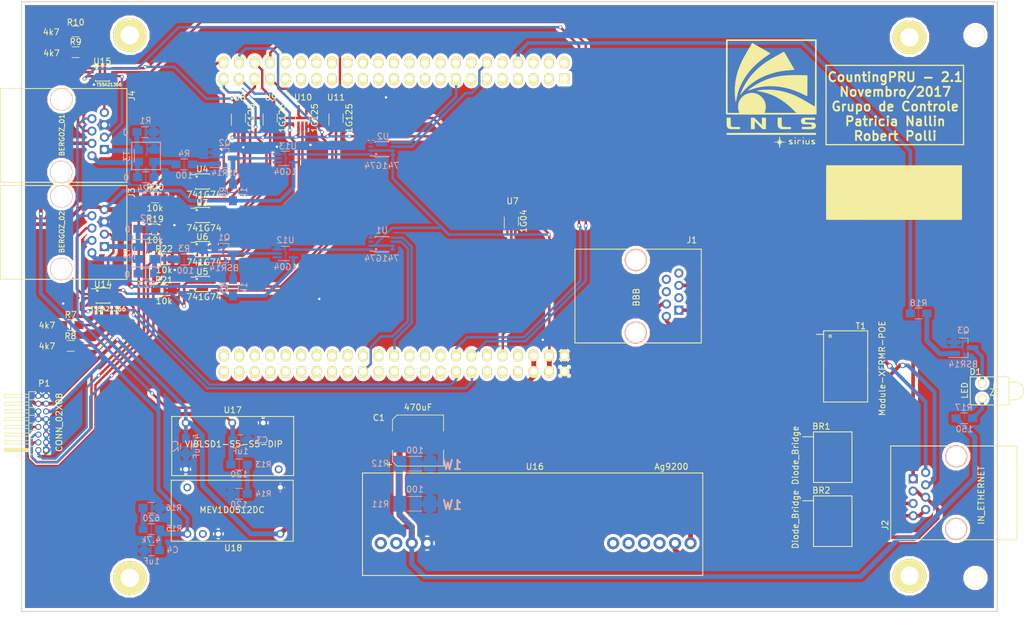
<source format=kicad_pcb>
(kicad_pcb (version 4) (host pcbnew 4.0.4+e1-6308~48~ubuntu15.10.1-stable)
  (layers (0 F.Cu signal) (31 B.Cu signal) (34 B.Paste user) (35 F.Paste user) (36 B.SilkS user) (37 F.SilkS user) (38 B.Mask user) (39 F.Mask user) (44 Edge.Cuts user))
  (net 0 "")
  (net 1 GND)
  (net 2 "Net-(Beagle1-PadC7)")
  (net 3 "Net-(Beagle1-PadC8)")
  (net 4 "Net-(Beagle1-PadC9)")
  (net 5 "Net-(Beagle1-PadC11)")
  (net 6 "Net-(Beagle1-PadC12)")
  (net 7 "Net-(Beagle1-PadC17)")
  (net 8 "Net-(Beagle1-PadC18)")
  (net 9 "Net-(Beagle1-PadC19)")
  (net 10 "Net-(Beagle1-PadC20)")
  (net 11 "Net-(Beagle1-PadC21)")
  (net 12 "Net-(Beagle1-PadC22)")
  (net 13 "Net-(Beagle1-PadC23)")
  (net 14 "Net-(Beagle1-PadC25)")
  (net 15 "Net-(Beagle1-PadC28)")
  (net 16 "Net-(Beagle1-PadC29)")
  (net 17 "Net-(Beagle1-PadC30)")
  (net 18 "Net-(Beagle1-PadC31)")
  (net 19 "Net-(Beagle1-PadC32)")
  (net 20 "Net-(Beagle1-PadC33)")
  (net 21 "Net-(Beagle1-PadC34)")
  (net 22 "Net-(Beagle1-PadC35)")
  (net 23 "Net-(Beagle1-PadC36)")
  (net 24 "Net-(Beagle1-PadC37)")
  (net 25 "Net-(Beagle1-PadC38)")
  (net 26 "Net-(Beagle1-PadC39)")
  (net 27 "Net-(Beagle1-PadC40)")
  (net 28 "Net-(Beagle1-PadC41)")
  (net 29 "Net-(Beagle1-PadC42)")
  (net 30 "Net-(Beagle1-PadC43)")
  (net 31 "Net-(Beagle1-PadC44)")
  (net 32 "Net-(Beagle1-PadB1)")
  (net 33 "Net-(Beagle1-PadB2)")
  (net 34 "Net-(Beagle1-PadB3)")
  (net 35 "Net-(Beagle1-PadB4)")
  (net 36 "Net-(Beagle1-PadB5)")
  (net 37 "Net-(Beagle1-PadB6)")
  (net 38 "Net-(Beagle1-PadB7)")
  (net 39 "Net-(Beagle1-PadB9)")
  (net 40 "Net-(Beagle1-PadB10)")
  (net 41 "Net-(Beagle1-PadB11)")
  (net 42 "Net-(Beagle1-PadB13)")
  (net 43 "Net-(Beagle1-PadB14)")
  (net 44 "Net-(Beagle1-PadB16)")
  (net 45 "Net-(Beagle1-PadB17)")
  (net 46 "Net-(Beagle1-PadB18)")
  (net 47 "Net-(Beagle1-PadB19)")
  (net 48 "Net-(Beagle1-PadB20)")
  (net 49 "Net-(Beagle1-PadB21)")
  (net 50 "Net-(Beagle1-PadB22)")
  (net 51 "Net-(Beagle1-PadB23)")
  (net 52 "Net-(Beagle1-PadB24)")
  (net 53 "Net-(Beagle1-PadB25)")
  (net 54 "Net-(Beagle1-PadB26)")
  (net 55 /CONTA_4)
  (net 56 "Net-(Beagle1-PadB30)")
  (net 57 "Net-(Beagle1-PadB31)")
  (net 58 "Net-(Beagle1-PadB32)")
  (net 59 "Net-(Beagle1-PadB33)")
  (net 60 "Net-(Beagle1-PadB34)")
  (net 61 "Net-(Beagle1-PadB35)")
  (net 62 "Net-(Beagle1-PadB36)")
  (net 63 "Net-(Beagle1-PadB37)")
  (net 64 "Net-(Beagle1-PadB38)")
  (net 65 /SINAL_5)
  (net 66 /SINAL_4)
  (net 67 /SINAL_3)
  (net 68 /SINAL_2)
  (net 69 /SINAL_1)
  (net 70 /CLEAR_1)
  (net 71 /CONTA_1)
  (net 72 "Net-(U1-Pad3)")
  (net 73 /CLEAR_3)
  (net 74 /CONTA_3)
  (net 75 "Net-(U2-Pad3)")
  (net 76 /CLEAR_5)
  (net 77 /CONTA_5)
  (net 78 "Net-(U3-Pad3)")
  (net 79 /CLEAR_2)
  (net 80 /CONTA_2)
  (net 81 "Net-(U4-Pad3)")
  (net 82 /CLEAR_4)
  (net 83 "Net-(U5-Pad3)")
  (net 84 "Net-(U6-Pad3)")
  (net 85 "Net-(Beagle1-PadB27)")
  (net 86 "Net-(Beagle1-PadB28)")
  (net 87 "Net-(Beagle1-PadB29)")
  (net 88 /CONTA_6)
  (net 89 /CLEAR_6)
  (net 90 /SINAL_6)
  (net 91 "Net-(Beagle1-PadC26)")
  (net 92 /SYS_RST)
  (net 93 "Net-(Beagle1-PadC45)")
  (net 94 "Net-(Beagle1-PadC46)")
  (net 95 /CONTA_6_BBB)
  (net 96 /CONTA_5_BBB)
  (net 97 /CONTA_4_BBB)
  (net 98 /CONTA_3_BBB)
  (net 99 /D+_01)
  (net 100 /D+_02)
  (net 101 +5V)
  (net 102 "Net-(Q1-Pad3)")
  (net 103 "Net-(Q2-Pad3)")
  (net 104 /~SYS_RST)
  (net 105 /AIN_01)
  (net 106 /BIN_01)
  (net 107 /-5V)
  (net 108 /AIN_02)
  (net 109 /BIN_02)
  (net 110 "Net-(R7-Pad2)")
  (net 111 "Net-(R8-Pad2)")
  (net 112 "Net-(R9-Pad2)")
  (net 113 "Net-(R10-Pad2)")
  (net 114 /CH1)
  (net 115 /CH3)
  (net 116 /CH2)
  (net 117 /CH4)
  (net 118 /Alimentação/VIN-)
  (net 119 /Alimentação/TDCT)
  (net 120 /Alimentação/VIN+)
  (net 121 /Alimentação/RDCT)
  (net 122 /BR2A)
  (net 123 /BR2B)
  (net 124 /+24V)
  (net 125 /TX+)
  (net 126 /TX-)
  (net 127 /RX+)
  (net 128 "Net-(J1-Pad4)")
  (net 129 "Net-(J1-Pad5)")
  (net 130 /RX-)
  (net 131 "Net-(J1-Pad7)")
  (net 132 "Net-(J1-Pad8)")
  (net 133 /TD1)
  (net 134 /TD2)
  (net 135 /RD1)
  (net 136 /RD2)
  (net 137 "Net-(Q1-Pad1)")
  (net 138 "Net-(Q2-Pad1)")
  (net 139 "Net-(R13-Pad2)")
  (net 140 "Net-(R15-Pad2)")
  (net 141 "Net-(U16-Pad3)")
  (net 142 "Net-(U16-Pad4)")
  (net 143 "Net-(U16-Pad5)")
  (net 144 "Net-(U16-Pad6)")
  (net 145 "Net-(U16-Pad10)")
  (net 146 "Net-(U16-Pad9)")
  (net 147 "Net-(U17-Pad7)")
  (net 148 "Net-(U18-Pad9)")
  (net 149 "Net-(U18-Pad7)")
  (net 150 "Net-(T1-Pad7)")
  (net 151 "Net-(T1-Pad2)")
  (net 152 "Net-(D1-Pad1)")
  (net 153 "Net-(D1-Pad2)")
  (net 154 "Net-(Q3-Pad1)")
  (net 155 /LED)
  (net 156 /D-_01)
  (net 157 /D-_02)
  (net 158 +3V3)
  (net 159 "Net-(R23-Pad1)")
  (net 160 "Net-(R24-Pad1)")
  (module Resistors_SMD:R_0805_HandSoldering (layer B.Cu) (at 51.8 64.1 180)
    (fp_text reference R23 (at 0.00276 -1.79084 180) (layer B.SilkS) (effects (justify mirror)))
    (fp_text value 0 (at 3.15 -0.15 180) (layer B.SilkS) (effects (justify mirror)))
    (pad 1 smd rect (at -1.35 0 180) (size 1.5 1.3) (layers B.Cu B.Paste B.Mask) (net 159 "Net-(R23-Pad1)"))
    (pad 2 smd rect (at 1.35 0 180) (size 1.5 1.3) (layers B.Cu B.Paste B.Mask) (net 100 /D+_02))
  )
  (module Resistors_SMD:R_0805_HandSoldering (layer B.Cu) (at 51.75 56.75 180)
    (fp_text reference R2 (at 0 1.75 180) (layer B.SilkS) (effects (justify mirror)))
    (fp_text value 0 (at 3.05 -0.1 180) (layer B.SilkS) (effects (justify mirror)))
    (pad 1 smd rect (at -1.35 0 180) (size 1.5 1.3) (layers B.Cu B.Paste B.Mask) (net 1 GND))
    (pad 2 smd rect (at 1.35 0 180) (size 1.5 1.3) (layers B.Cu B.Paste B.Mask) (net 157 /D-_02))
  )
  (module Resistors_SMD:R_0805_HandSoldering (layer B.Cu) (at 51.6 40.9 180)
    (fp_text reference R1 (at -0.05 1.9 180) (layer B.SilkS) (effects (justify mirror)))
    (fp_text value 0 (at 3.2 -0.05 180) (layer B.SilkS) (effects (justify mirror)))
    (pad 1 smd rect (at -1.35 0 180) (size 1.5 1.3) (layers B.Cu B.Paste B.Mask) (net 1 GND))
    (pad 2 smd rect (at 1.35 0 180) (size 1.5 1.3) (layers B.Cu B.Paste B.Mask) (net 156 /D-_01))
  )
  (module Resistors_SMD:R_0805_HandSoldering (layer B.Cu) (at 51.7 48.3 180)
    (fp_text reference R24 (at 0 -1.85 180) (layer B.SilkS) (effects (justify mirror)))
    (fp_text value 0 (at 3.2 -0.05 180) (layer B.SilkS) (effects (justify mirror)))
    (pad 1 smd rect (at -1.35 0 180) (size 1.5 1.3) (layers B.Cu B.Paste B.Mask) (net 160 "Net-(R24-Pad1)"))
    (pad 2 smd rect (at 1.35 0 180) (size 1.5 1.3) (layers B.Cu B.Paste B.Mask) (net 99 /D+_01))
  )
  (module Controle:module-xfrmr-poe (layer F.Cu) (at 171.95724 79.63084 270)
    (fp_text reference T1 (at -6.93084 3.00724 360) (layer F.SilkS))
    (fp_text value Module-XFRMR-POE (at 0 -0.5 270) (layer F.SilkS))
    (pad 16 smd rect (at -4.65 1.225 270) (size 0.62 1.14) (layers F.Cu F.Paste F.Mask) (net 133 /TD1))
    (pad 15 smd rect (at -3.4 1.225 270) (size 0.62 1.14) (layers F.Cu F.Paste F.Mask) (net 119 /Alimentação/TDCT))
    (pad 14 smd rect (at -2.125 1.225 270) (size 0.62 1.14) (layers F.Cu F.Paste F.Mask) (net 134 /TD2))
    (pad 13 smd rect (at -0.85 1.225 270) (size 0.62 1.14) (layers F.Cu F.Paste F.Mask))
    (pad 12 smd rect (at 0.425 1.225 270) (size 0.62 1.14) (layers F.Cu F.Paste F.Mask))
    (pad 11 smd rect (at 1.7 1.225 270) (size 0.62 1.14) (layers F.Cu F.Paste F.Mask) (net 135 /RD1))
    (pad 10 smd rect (at 2.975 1.225 270) (size 0.62 1.14) (layers F.Cu F.Paste F.Mask) (net 121 /Alimentação/RDCT))
    (pad 9 smd rect (at 4.225 1.225 270) (size 0.62 1.14) (layers F.Cu F.Paste F.Mask) (net 136 /RD2))
    (pad 1 smd rect (at -4.675 9.75 270) (size 0.62 1.14) (layers F.Cu F.Paste F.Mask) (net 125 /TX+))
    (pad 7 smd rect (at 2.975 9.75 270) (size 0.62 1.14) (layers F.Cu F.Paste F.Mask) (net 150 "Net-(T1-Pad7)"))
    (pad 6 smd rect (at 1.7 9.75 270) (size 0.62 1.14) (layers F.Cu F.Paste F.Mask) (net 127 /RX+))
    (pad 5 smd rect (at 0.425 9.75 270) (size 0.62 1.14) (layers F.Cu F.Paste F.Mask))
    (pad 4 smd rect (at -0.825 9.75 270) (size 0.62 1.14) (layers F.Cu F.Paste F.Mask))
    (pad 3 smd rect (at -2.1 9.75 270) (size 0.62 1.14) (layers F.Cu F.Paste F.Mask) (net 126 /TX-))
    (pad 2 smd rect (at -3.425 9.75 270) (size 0.62 1.14) (layers F.Cu F.Paste F.Mask) (net 151 "Net-(T1-Pad2)"))
    (pad 8 smd rect (at 4.225 9.75 270) (size 0.62 1.14) (layers F.Cu F.Paste F.Mask) (net 130 /RX-))
  )
  (module CONTROLE:Eurocard_template (layer F.Cu) (at 191.3282 119.501 180)
    (fp_text reference " " hide)
    (fp_text value C64AC)
    (pad 1 thru_hole circle (at 14.3891 94.158 180) (size 5.5 5.5) (drill 3) (layers *.Cu *.Mask F.SilkS))
    (pad 0 thru_hole circle (at 142.24 94.5 180) (size 5.5 5.5) (drill 3) (layers *.Cu *.Mask F.SilkS))
    (pad 0 thru_hole circle (at 142.24 5.5 180) (size 5.5 5.5) (drill 3) (layers *.Cu *.Mask F.SilkS))
    (pad 0 thru_hole circle (at 3.57 5.5 180) (size 3 3) (drill 3) (layers *.Cu *.Mask F.SilkS))
    (pad 0 thru_hole circle (at 3.57 94.5 180) (size 3 3) (drill 3) (layers *.Cu *.Mask F.SilkS))
    (pad 1 thru_hole circle (at 14.3891 5.842 180) (size 5.5 5.5) (drill 3) (layers *.Cu *.Mask F.SilkS))
  )
  (module Capacitors_SMD:C_0805_HandSoldering (layer B.Cu) (at 67.2 91.4)
    (fp_text reference C3 (at 3.6 0) (layer B.SilkS) (effects (justify mirror)))
    (fp_text value 1uF (at 0 1.8) (layer B.SilkS) (effects (justify mirror)))
    (pad 1 smd rect (at -1.25 0) (size 1.5 1.25) (layers B.Cu B.Paste B.Mask) (net 107 /-5V))
    (pad 2 smd rect (at 1.25 0) (size 1.5 1.25) (layers B.Cu B.Paste B.Mask) (net 1 GND))
  )
  (module Capacitors_SMD:C_0805_HandSoldering (layer B.Cu) (at 52.65724 109.50084 180)
    (fp_text reference C4 (at -3.44276 0.10084 180) (layer B.SilkS) (effects (justify mirror)))
    (fp_text value 1uF (at 0 -1.75 180) (layer B.SilkS) (effects (justify mirror)))
    (pad 1 smd rect (at -1.25 0 180) (size 1.5 1.25) (layers B.Cu B.Paste B.Mask) (net 124 /+24V))
    (pad 2 smd rect (at 1.25 0 180) (size 1.5 1.25) (layers B.Cu B.Paste B.Mask) (net 1 GND))
  )
  (module Controle:RJ45-STEWART (layer F.Cu) (at 178.25724 104.44084 90)
    (fp_text reference J2 (at -0.90916 -5.30724 90) (layer F.SilkS))
    (fp_text value IN_ETHERNET (at 3.99084 10.44276 90) (layer F.SilkS))
    (pad "" np_thru_hole circle (at 10.38 6.35 90) (size 3.65 3.65) (drill 3.25) (layers *.Cu *.SilkS *.Mask))
    (pad Hole np_thru_hole circle (at -1.525 6.325 90) (size 3.65 3.65) (drill 3.25) (layers *.Cu *.SilkS *.Mask))
    (pad 2 thru_hole circle (at 7.725 1.325 90) (size 1.5 1.5) (drill 0.9) (layers *.Cu *.Mask) (net 134 /TD2))
    (pad 1 thru_hole rect (at 6.7 -0.725 90) (size 1.5 1.5) (drill 0.9) (layers *.Cu *.Mask) (net 133 /TD1))
    (pad 3 thru_hole circle (at 5.7 1.325 90) (size 1.5 1.5) (drill 0.9) (layers *.Cu *.Mask) (net 135 /RD1))
    (pad 5 thru_hole circle (at 4.675 -0.725 90) (size 1.5 1.5) (drill 0.9) (layers *.Cu *.Mask) (net 122 /BR2A))
    (pad 4 thru_hole circle (at 3.675 1.325 90) (size 1.5 1.5) (drill 0.9) (layers *.Cu *.Mask) (net 122 /BR2A))
    (pad 6 thru_hole circle (at 2.65 -0.725 90) (size 1.5 1.5) (drill 0.9) (layers *.Cu *.Mask) (net 136 /RD2))
    (pad 8 thru_hole circle (at 1.65 1.325 90) (size 1.5 1.5) (drill 0.9) (layers *.Cu *.Mask) (net 123 /BR2B))
    (pad 7 thru_hole circle (at 0.635 -0.715 90) (size 1.5 1.5) (drill 0.9) (layers *.Cu *.Mask) (net 123 /BR2B))
  )
  (module Resistors_SMD:R_0805_HandSoldering (layer B.Cu) (at 67 95.4)
    (fp_text reference R13 (at 4 0) (layer B.SilkS) (effects (font (size 0.9 0.9)) (justify mirror)))
    (fp_text value 120 (at 0 1.6) (layer B.SilkS) (effects (justify mirror)))
    (pad 1 smd rect (at -1.35 0) (size 1.5 1.3) (layers B.Cu B.Paste B.Mask) (net 107 /-5V))
    (pad 2 smd rect (at 1.35 0) (size 1.5 1.3) (layers B.Cu B.Paste B.Mask) (net 139 "Net-(R13-Pad2)"))
  )
  (module Resistors_SMD:R_0805_HandSoldering (layer B.Cu) (at 67 100.2 180)
    (fp_text reference R14 (at -4 0 180) (layer B.SilkS) (effects (font (size 0.9 0.9)) (justify mirror)))
    (fp_text value 120 (at 0 -1.75 180) (layer B.SilkS) (effects (justify mirror)))
    (pad 1 smd rect (at -1.35 0 180) (size 1.5 1.3) (layers B.Cu B.Paste B.Mask) (net 139 "Net-(R13-Pad2)"))
    (pad 2 smd rect (at 1.35 0 180) (size 1.5 1.3) (layers B.Cu B.Paste B.Mask) (net 1 GND) (thermal_gap 0.1))
  )
  (module Resistors_SMD:R_0805_HandSoldering (layer B.Cu) (at 52.6 106 180)
    (fp_text reference R15 (at -3.73276 0.12084 180) (layer B.SilkS) (effects (font (size 0.9 0.9)) (justify mirror)))
    (fp_text value 4.7k (at 0 -1.75 180) (layer B.SilkS) (effects (justify mirror)))
    (pad 1 smd rect (at -1.35 0 180) (size 1.5 1.3) (layers B.Cu B.Paste B.Mask) (net 124 /+24V))
    (pad 2 smd rect (at 1.35 0 180) (size 1.5 1.3) (layers B.Cu B.Paste B.Mask) (net 140 "Net-(R15-Pad2)"))
  )
  (module Resistors_SMD:R_0805_HandSoldering (layer B.Cu) (at 52.6 102.5)
    (fp_text reference R16 (at 3.7 0) (layer B.SilkS) (effects (font (size 0.9 0.9)) (justify mirror)))
    (fp_text value 620 (at 0 1.7) (layer B.SilkS) (effects (justify mirror)))
    (pad 1 smd rect (at -1.35 0) (size 1.5 1.3) (layers B.Cu B.Paste B.Mask) (net 140 "Net-(R15-Pad2)"))
    (pad 2 smd rect (at 1.35 0) (size 1.5 1.3) (layers B.Cu B.Paste B.Mask) (net 1 GND))
  )
  (module Controle:9200-Silvertel (layer F.Cu) (at 113.83724 114.60084 180)
    (fp_text reference U16 (at -1.66276 18.85084 180) (layer F.SilkS))
    (fp_text value Ag9200 (at -24.06276 18.85084 180) (layer F.SilkS))
    (pad 1 thru_hole circle (at -27.2 6.3 180) (size 2 2) (drill 1.1) (layers *.Cu *.Mask) (net 120 /Alimentação/VIN+))
    (pad 2 thru_hole circle (at -24.66 6.3 180) (size 2 2) (drill 1.1) (layers *.Cu *.Mask) (net 118 /Alimentação/VIN-))
    (pad 3 thru_hole circle (at -22.12 6.3 180) (size 2 2) (drill 1.1) (layers *.Cu *.Mask) (net 141 "Net-(U16-Pad3)"))
    (pad 4 thru_hole circle (at -19.58 6.3 180) (size 2 2) (drill 1.1) (layers *.Cu *.Mask) (net 142 "Net-(U16-Pad4)"))
    (pad 5 thru_hole circle (at -17.04 6.3 180) (size 2 2) (drill 1.1) (layers *.Cu *.Mask) (net 143 "Net-(U16-Pad5)"))
    (pad 6 thru_hole circle (at -14.5 6.3 180) (size 2 2) (drill 1.1) (layers *.Cu *.Mask) (net 144 "Net-(U16-Pad6)"))
    (pad 10 thru_hole circle (at 23.6 6.3 180) (size 2 2) (drill 1.1) (layers *.Cu *.Mask) (net 145 "Net-(U16-Pad10)"))
    (pad 9 thru_hole circle (at 21.06 6.3 180) (size 2 2) (drill 1.1) (layers *.Cu *.Mask) (net 146 "Net-(U16-Pad9)"))
    (pad 8 thru_hole circle (at 18.52 6.3 180) (size 2 2) (drill 1.1) (layers *.Cu *.Mask) (net 101 +5V))
    (pad 7 thru_hole circle (at 15.98 6.3 180) (size 2 2) (drill 1.1) (layers *.Cu *.Mask) (net 1 GND))
  )
  (module Controle:VIBLSD1-DIP (layer F.Cu) (at 65.95724 85.97084)
    (fp_text reference U17 (at 0 0.5) (layer F.SilkS))
    (fp_text value VIBLSD1-S5-S5-DIP (at 0.19276 6.07916) (layer F.SilkS))
    (pad 7 thru_hole circle (at 7.54 10.22) (size 1.3 1.3) (drill 0.8) (layers *.Cu *.Mask) (net 147 "Net-(U17-Pad7)"))
    (pad 9 thru_hole circle (at 5 2.6) (size 1.3 1.3) (drill 0.8) (layers *.Cu *.Mask) (net 1 GND))
    (pad 11 thru_hole circle (at -0.08 2.6) (size 1.3 1.3) (drill 0.8) (layers *.Cu *.Mask) (net 107 /-5V))
    (pad 1 thru_hole circle (at -7.7 10.22) (size 1.3 1.3) (drill 0.8) (layers *.Cu *.Mask) (net 1 GND))
    (pad 14 thru_hole circle (at -7.7 2.6) (size 1.3 1.3) (drill 0.8) (layers *.Cu *.Mask) (net 101 +5V))
  )
  (module Controle:MEV1D0512DC (layer F.Cu) (at 65.95724 103.16084 180)
    (fp_text reference U18 (at -0.09276 -5.93916 180) (layer F.SilkS))
    (fp_text value MEV1D0512DC (at 0.10724 0.31084 180) (layer F.SilkS))
    (pad 8 thru_hole circle (at 7.44 -3.62 180) (size 1.3 1.3) (drill 0.8) (layers *.Cu *.Mask) (net 124 /+24V))
    (pad 9 thru_hole circle (at 4.9 -3.62 180) (size 1.3 1.3) (drill 0.8) (layers *.Cu *.Mask) (net 148 "Net-(U18-Pad9)"))
    (pad 10 thru_hole circle (at 2.36 -3.62 180) (size 1.3 1.3) (drill 0.8) (layers *.Cu *.Mask) (net 1 GND))
    (pad 14 thru_hole circle (at -7.8 -3.62 180) (size 1.3 1.3) (drill 0.8) (layers *.Cu *.Mask) (net 101 +5V))
    (pad 1 thru_hole circle (at -7.8 4 180) (size 1.3 1.3) (drill 0.8) (layers *.Cu *.Mask) (net 1 GND) (thermal_gap 0.1))
    (pad 7 thru_hole circle (at 7.44 4 180) (size 1.3 1.3) (drill 0.8) (layers *.Cu *.Mask) (net 149 "Net-(U18-Pad7)"))
  )
  (module Pin_Headers:Pin_Header_Angled_2x08_Pitch1.27mm (layer F.Cu) (at 35.35724 93.04084 180)
    (fp_text reference P1 (at 0.30724 10.94084 180) (layer F.SilkS))
    (fp_text value CONN_02X08 (at -2.14276 4.54084 270) (layer F.SilkS))
    (pad 1 thru_hole rect (at 0 0 180) (size 1 1) (drill 0.65) (layers *.Cu *.Mask) (net 1 GND))
    (pad 2 thru_hole oval (at 1.27 0 180) (size 1 1) (drill 0.65) (layers *.Cu *.Mask) (net 67 /SINAL_3))
    (pad 3 thru_hole oval (at 0 1.27 180) (size 1 1) (drill 0.65) (layers *.Cu *.Mask) (net 1 GND))
    (pad 4 thru_hole oval (at 1.27 1.27 180) (size 1 1) (drill 0.65) (layers *.Cu *.Mask) (net 66 /SINAL_4))
    (pad 5 thru_hole oval (at 0 2.54 180) (size 1 1) (drill 0.65) (layers *.Cu *.Mask) (net 1 GND))
    (pad 6 thru_hole oval (at 1.27 2.54 180) (size 1 1) (drill 0.65) (layers *.Cu *.Mask) (net 65 /SINAL_5))
    (pad 7 thru_hole oval (at 0 3.81 180) (size 1 1) (drill 0.65) (layers *.Cu *.Mask) (net 1 GND))
    (pad 8 thru_hole oval (at 1.27 3.81 180) (size 1 1) (drill 0.65) (layers *.Cu *.Mask) (net 90 /SINAL_6))
    (pad 9 thru_hole oval (at 0 5.08 180) (size 1 1) (drill 0.65) (layers *.Cu *.Mask) (net 1 GND))
    (pad 10 thru_hole oval (at 1.27 5.08 180) (size 1 1) (drill 0.65) (layers *.Cu *.Mask) (net 1 GND))
    (pad 11 thru_hole oval (at 0 6.35 180) (size 1 1) (drill 0.65) (layers *.Cu *.Mask) (net 124 /+24V))
    (pad 12 thru_hole oval (at 1.27 6.35 180) (size 1 1) (drill 0.65) (layers *.Cu *.Mask) (net 1 GND))
    (pad 13 thru_hole oval (at 0 7.62 180) (size 1 1) (drill 0.65) (layers *.Cu *.Mask) (net 101 +5V))
    (pad 14 thru_hole oval (at 1.27 7.62 180) (size 1 1) (drill 0.65) (layers *.Cu *.Mask) (net 101 +5V))
    (pad 15 thru_hole oval (at 0 8.89 180) (size 1 1) (drill 0.65) (layers *.Cu *.Mask) (net 1 GND))
    (pad 16 thru_hole oval (at 1.27 8.89 180) (size 1 1) (drill 0.65) (layers *.Cu *.Mask) (net 1 GND))
  )
  (module Resistors_SMD:R_0805_HandSoldering (layer B.Cu) (at 185.92724 87.82084)
    (fp_text reference R17 (at -0.07724 -1.77084) (layer B.SilkS) (effects (justify mirror)))
    (fp_text value 150 (at 0.02276 1.77916) (layer B.SilkS) (effects (justify mirror)))
    (pad 1 smd rect (at -1.35 0) (size 1.5 1.3) (layers B.Cu B.Paste B.Mask) (net 101 +5V))
    (pad 2 smd rect (at 1.35 0) (size 1.5 1.3) (layers B.Cu B.Paste B.Mask) (net 153 "Net-(D1-Pad2)"))
  )
  (module Resistors_SMD:R_0805_HandSoldering (layer B.Cu) (at 178.42724 70.63084 180)
    (fp_text reference R18 (at 0 1.7 180) (layer B.SilkS) (effects (justify mirror)))
    (fp_text value 1k)
    (pad 1 smd rect (at -1.35 0 180) (size 1.5 1.3) (layers B.Cu B.Paste B.Mask) (net 154 "Net-(Q3-Pad1)"))
    (pad 2 smd rect (at 1.35 0 180) (size 1.5 1.3) (layers B.Cu B.Paste B.Mask) (net 155 /LED))
  )
  (module Controle:LED_para_painel_KINGBRIGHT (layer F.Cu) (at 188.85724 83.33084 90)
    (fp_text reference D1 (at 3.13084 -1.10724 180) (layer F.SilkS))
    (fp_text value LED (at 0.08084 -2.85724 90) (layer F.SilkS))
    (pad 1 thru_hole circle (at 1.27 0 90) (size 1.4 1.4) (drill 1) (layers *.Cu *.Mask F.SilkS) (net 152 "Net-(D1-Pad1)"))
    (pad 2 thru_hole circle (at -1.27 0 90) (size 1.4 1.4) (drill 1) (layers *.Cu *.Mask F.SilkS) (net 153 "Net-(D1-Pad2)"))
  )
  (module Controle:RJ45-STEWART (layer F.Cu) (at 138.39724 63.39084 270)
    (fp_text reference J1 (at -4.79084 -2.85276 360) (layer F.SilkS))
    (fp_text value BBB (at 4.59 6.25 270) (layer F.SilkS))
    (pad "" np_thru_hole circle (at 10.38 6.35 270) (size 3.65 3.65) (drill 3.25) (layers *.Cu *.SilkS *.Mask))
    (pad Hole np_thru_hole circle (at -1.525 6.325 270) (size 3.65 3.65) (drill 3.25) (layers *.Cu *.SilkS *.Mask))
    (pad 2 thru_hole circle (at 7.725 1.325 270) (size 1.5 1.5) (drill 0.9) (layers *.Cu *.Mask) (net 126 /TX-))
    (pad 1 thru_hole rect (at 6.7 -0.725 270) (size 1.5 1.5) (drill 0.9) (layers *.Cu *.Mask) (net 125 /TX+))
    (pad 3 thru_hole circle (at 5.7 1.325 270) (size 1.5 1.5) (drill 0.9) (layers *.Cu *.Mask) (net 127 /RX+))
    (pad 5 thru_hole circle (at 4.675 -0.725 270) (size 1.5 1.5) (drill 0.9) (layers *.Cu *.Mask) (net 129 "Net-(J1-Pad5)"))
    (pad 4 thru_hole circle (at 3.675 1.325 270) (size 1.5 1.5) (drill 0.9) (layers *.Cu *.Mask) (net 128 "Net-(J1-Pad4)"))
    (pad 6 thru_hole circle (at 2.65 -0.725 270) (size 1.5 1.5) (drill 0.9) (layers *.Cu *.Mask) (net 130 /RX-))
    (pad 8 thru_hole circle (at 1.65 1.325 270) (size 1.5 1.5) (drill 0.9) (layers *.Cu *.Mask) (net 132 "Net-(J1-Pad8)"))
    (pad 7 thru_hole circle (at 0.635 -0.715 270) (size 1.5 1.5) (drill 0.9) (layers *.Cu *.Mask) (net 131 "Net-(J1-Pad7)"))
  )
  (module Resistors_SMD:R_0805_HandSoldering (layer B.Cu) (at 57.99724 61.79084)
    (fp_text reference R3 (at 0.00276 -1.79084) (layer B.SilkS) (effects (justify mirror)))
    (fp_text value 100 (at 0.20276 1.80916) (layer B.SilkS) (effects (justify mirror)))
    (pad 1 smd rect (at -1.35 0) (size 1.5 1.3) (layers B.Cu B.Paste B.Mask) (net 159 "Net-(R23-Pad1)"))
    (pad 2 smd rect (at 1.35 0) (size 1.5 1.3) (layers B.Cu B.Paste B.Mask) (net 137 "Net-(Q1-Pad1)"))
  )
  (module Resistors_SMD:R_0805_HandSoldering (layer B.Cu) (at 57.99724 46.19084)
    (fp_text reference R4 (at 0.00276 -1.79084) (layer B.SilkS) (effects (justify mirror)))
    (fp_text value 100 (at 0.00276 1.80916) (layer B.SilkS) (effects (justify mirror)))
    (pad 1 smd rect (at -1.35 0) (size 1.5 1.3) (layers B.Cu B.Paste B.Mask) (net 160 "Net-(R24-Pad1)"))
    (pad 2 smd rect (at 1.35 0) (size 1.5 1.3) (layers B.Cu B.Paste B.Mask) (net 138 "Net-(Q2-Pad1)"))
  )
  (module Resistors_SMD:R_0805_HandSoldering (layer B.Cu) (at 65.99724 66.39084 90)
    (fp_text reference R5 (at -0.00916 -1.59724 90) (layer B.SilkS) (effects (justify mirror)))
    (fp_text value 1k (at -0.00916 1.80276 90) (layer B.SilkS) (effects (justify mirror)))
    (pad 1 smd rect (at -1.35 0 90) (size 1.5 1.3) (layers B.Cu B.Paste B.Mask) (net 101 +5V))
    (pad 2 smd rect (at 1.35 0 90) (size 1.5 1.3) (layers B.Cu B.Paste B.Mask) (net 102 "Net-(Q1-Pad3)"))
  )
  (module Resistors_SMD:R_0805_HandSoldering (layer B.Cu) (at 65.99724 50.79084 90)
    (fp_text reference R6 (at -0.00916 -1.59724 90) (layer B.SilkS) (effects (justify mirror)))
    (fp_text value 1k (at -0.00916 1.80276 90) (layer B.SilkS) (effects (justify mirror)))
    (pad 1 smd rect (at -1.35 0 90) (size 1.5 1.3) (layers B.Cu B.Paste B.Mask) (net 101 +5V))
    (pad 2 smd rect (at 1.35 0 90) (size 1.5 1.3) (layers B.Cu B.Paste B.Mask) (net 103 "Net-(Q2-Pad3)"))
  )
  (module Resistors_SMD:R_0805_HandSoldering (layer F.Cu) (at 39.39724 72.54084)
    (fp_text reference R7 (at 0 -1.7) (layer F.SilkS))
    (fp_text value 4k7 (at -3.89724 0.05916) (layer F.SilkS))
    (pad 1 smd rect (at -1.35 0) (size 1.5 1.3) (layers F.Cu F.Paste F.Mask) (net 101 +5V))
    (pad 2 smd rect (at 1.35 0) (size 1.5 1.3) (layers F.Cu F.Paste F.Mask) (net 110 "Net-(R7-Pad2)"))
  )
  (module Resistors_SMD:R_0805_HandSoldering (layer F.Cu) (at 39.4 75.95)
    (fp_text reference R8 (at -0.05 -1.6) (layer F.SilkS))
    (fp_text value 4k7 (at -3.9 0.05) (layer F.SilkS))
    (pad 1 smd rect (at -1.35 0) (size 1.5 1.3) (layers F.Cu F.Paste F.Mask) (net 101 +5V))
    (pad 2 smd rect (at 1.35 0) (size 1.5 1.3) (layers F.Cu F.Paste F.Mask) (net 111 "Net-(R8-Pad2)"))
  )
  (module Resistors_SMD:R_0805_HandSoldering (layer F.Cu) (at 40.19724 27.79084)
    (fp_text reference R9 (at 0 -1.7) (layer F.SilkS))
    (fp_text value 4k7 (at -3.94724 0.15916) (layer F.SilkS))
    (pad 1 smd rect (at -1.35 0) (size 1.5 1.3) (layers F.Cu F.Paste F.Mask) (net 101 +5V))
    (pad 2 smd rect (at 1.35 0) (size 1.5 1.3) (layers F.Cu F.Paste F.Mask) (net 112 "Net-(R9-Pad2)"))
  )
  (module Resistors_SMD:R_0805_HandSoldering (layer F.Cu) (at 40.19724 24.39084)
    (fp_text reference R10 (at 0.00276 -1.49084) (layer F.SilkS))
    (fp_text value 4k7 (at -3.99724 0.10916) (layer F.SilkS))
    (pad 1 smd rect (at -1.35 0) (size 1.5 1.3) (layers F.Cu F.Paste F.Mask) (net 101 +5V))
    (pad 2 smd rect (at 1.35 0) (size 1.5 1.3) (layers F.Cu F.Paste F.Mask) (net 113 "Net-(R10-Pad2)"))
  )
  (module Controle:TSSOP-8 (layer B.Cu) (at 90.39724 59.19084)
    (fp_text reference U1 (at 0.00276 -2.19084) (layer B.SilkS) (effects (justify mirror)))
    (fp_text value 741G74 (at 0.00276 2.40916) (layer B.SilkS) (effects (justify mirror)))
    (pad 4 smd rect (at -1.8 -0.975) (size 0.75 0.35) (layers B.Cu B.Paste B.Mask) (net 1 GND))
    (pad 3 smd rect (at -1.8 -0.325) (size 0.75 0.35) (layers B.Cu B.Paste B.Mask) (net 72 "Net-(U1-Pad3)"))
    (pad 2 smd rect (at -1.8 0.325) (size 0.75 0.35) (layers B.Cu B.Paste B.Mask) (net 158 +3V3))
    (pad 1 smd rect (at -1.8 0.975) (size 0.75 0.35) (layers B.Cu B.Paste B.Mask) (net 68 /SINAL_2))
    (pad 5 smd rect (at 1.8 -0.975) (size 0.75 0.35) (layers B.Cu B.Paste B.Mask) (net 80 /CONTA_2))
    (pad 6 smd rect (at 1.8 -0.325) (size 0.75 0.35) (layers B.Cu B.Paste B.Mask) (net 79 /CLEAR_2))
    (pad 8 smd rect (at 1.8 0.975) (size 0.75 0.35) (layers B.Cu B.Paste B.Mask) (net 158 +3V3))
    (pad 7 smd rect (at 1.8 0.325) (size 0.75 0.35) (layers B.Cu B.Paste B.Mask) (net 158 +3V3))
  )
  (module Controle:TSSOP-8 (layer B.Cu) (at 90.39724 43.59084)
    (fp_text reference U2 (at 0.20276 -1.99084) (layer B.SilkS) (effects (justify mirror)))
    (fp_text value 741G74 (at 0.00276 2.80916) (layer B.SilkS) (effects (justify mirror)))
    (pad 4 smd rect (at -1.8 -0.975) (size 0.75 0.35) (layers B.Cu B.Paste B.Mask) (net 1 GND))
    (pad 3 smd rect (at -1.8 -0.325) (size 0.75 0.35) (layers B.Cu B.Paste B.Mask) (net 75 "Net-(U2-Pad3)"))
    (pad 2 smd rect (at -1.8 0.325) (size 0.75 0.35) (layers B.Cu B.Paste B.Mask) (net 158 +3V3))
    (pad 1 smd rect (at -1.8 0.975) (size 0.75 0.35) (layers B.Cu B.Paste B.Mask) (net 69 /SINAL_1))
    (pad 5 smd rect (at 1.8 -0.975) (size 0.75 0.35) (layers B.Cu B.Paste B.Mask) (net 71 /CONTA_1))
    (pad 6 smd rect (at 1.8 -0.325) (size 0.75 0.35) (layers B.Cu B.Paste B.Mask) (net 70 /CLEAR_1))
    (pad 8 smd rect (at 1.8 0.975) (size 0.75 0.35) (layers B.Cu B.Paste B.Mask) (net 158 +3V3))
    (pad 7 smd rect (at 1.8 0.325) (size 0.75 0.35) (layers B.Cu B.Paste B.Mask) (net 158 +3V3))
  )
  (module Controle:TSSOP-8 (layer F.Cu) (at 60.99724 54.59084)
    (fp_text reference U3 (at -0.0254 -2.1082) (layer F.SilkS))
    (fp_text value 741G74 (at 0.254 2.032) (layer F.SilkS))
    (pad 4 smd rect (at -1.8 0.975) (size 0.75 0.35) (layers F.Cu F.Paste F.Mask) (net 1 GND))
    (pad 3 smd rect (at -1.8 0.325) (size 0.75 0.35) (layers F.Cu F.Paste F.Mask) (net 78 "Net-(U3-Pad3)"))
    (pad 2 smd rect (at -1.8 -0.325) (size 0.75 0.35) (layers F.Cu F.Paste F.Mask) (net 158 +3V3))
    (pad 1 smd rect (at -1.8 -0.975) (size 0.75 0.35) (layers F.Cu F.Paste F.Mask) (net 67 /SINAL_3))
    (pad 5 smd rect (at 1.8 0.975) (size 0.75 0.35) (layers F.Cu F.Paste F.Mask) (net 74 /CONTA_3))
    (pad 6 smd rect (at 1.8 0.325) (size 0.75 0.35) (layers F.Cu F.Paste F.Mask) (net 73 /CLEAR_3))
    (pad 8 smd rect (at 1.8 -0.975) (size 0.75 0.35) (layers F.Cu F.Paste F.Mask) (net 158 +3V3))
    (pad 7 smd rect (at 1.8 -0.325) (size 0.75 0.35) (layers F.Cu F.Paste F.Mask) (net 158 +3V3))
  )
  (module Controle:TSSOP-8 (layer F.Cu) (at 60.99724 49.09084)
    (fp_text reference U4 (at -0.0254 -2.1082) (layer F.SilkS))
    (fp_text value 741G74 (at 0.254 2.032) (layer F.SilkS))
    (pad 4 smd rect (at -1.8 0.975) (size 0.75 0.35) (layers F.Cu F.Paste F.Mask) (net 1 GND))
    (pad 3 smd rect (at -1.8 0.325) (size 0.75 0.35) (layers F.Cu F.Paste F.Mask) (net 81 "Net-(U4-Pad3)"))
    (pad 2 smd rect (at -1.8 -0.325) (size 0.75 0.35) (layers F.Cu F.Paste F.Mask) (net 158 +3V3))
    (pad 1 smd rect (at -1.8 -0.975) (size 0.75 0.35) (layers F.Cu F.Paste F.Mask) (net 66 /SINAL_4))
    (pad 5 smd rect (at 1.8 0.975) (size 0.75 0.35) (layers F.Cu F.Paste F.Mask) (net 55 /CONTA_4))
    (pad 6 smd rect (at 1.8 0.325) (size 0.75 0.35) (layers F.Cu F.Paste F.Mask) (net 82 /CLEAR_4))
    (pad 8 smd rect (at 1.8 -0.975) (size 0.75 0.35) (layers F.Cu F.Paste F.Mask) (net 158 +3V3))
    (pad 7 smd rect (at 1.8 -0.325) (size 0.75 0.35) (layers F.Cu F.Paste F.Mask) (net 158 +3V3))
  )
  (module Controle:TSSOP-8 (layer F.Cu) (at 60.99724 65.89084)
    (fp_text reference U5 (at -0.0254 -2.1082) (layer F.SilkS))
    (fp_text value 741G74 (at 0.254 2.032) (layer F.SilkS))
    (pad 4 smd rect (at -1.8 0.975) (size 0.75 0.35) (layers F.Cu F.Paste F.Mask) (net 1 GND))
    (pad 3 smd rect (at -1.8 0.325) (size 0.75 0.35) (layers F.Cu F.Paste F.Mask) (net 83 "Net-(U5-Pad3)"))
    (pad 2 smd rect (at -1.8 -0.325) (size 0.75 0.35) (layers F.Cu F.Paste F.Mask) (net 158 +3V3))
    (pad 1 smd rect (at -1.8 -0.975) (size 0.75 0.35) (layers F.Cu F.Paste F.Mask) (net 65 /SINAL_5))
    (pad 5 smd rect (at 1.8 0.975) (size 0.75 0.35) (layers F.Cu F.Paste F.Mask) (net 77 /CONTA_5))
    (pad 6 smd rect (at 1.8 0.325) (size 0.75 0.35) (layers F.Cu F.Paste F.Mask) (net 76 /CLEAR_5))
    (pad 8 smd rect (at 1.8 -0.975) (size 0.75 0.35) (layers F.Cu F.Paste F.Mask) (net 158 +3V3))
    (pad 7 smd rect (at 1.8 -0.325) (size 0.75 0.35) (layers F.Cu F.Paste F.Mask) (net 158 +3V3))
  )
  (module Controle:TSSOP-8 (layer F.Cu) (at 60.99724 60.19084)
    (fp_text reference U6 (at -0.0254 -2.1082) (layer F.SilkS))
    (fp_text value 741G74 (at 0.254 2.032) (layer F.SilkS))
    (pad 4 smd rect (at -1.8 0.975) (size 0.75 0.35) (layers F.Cu F.Paste F.Mask) (net 1 GND))
    (pad 3 smd rect (at -1.8 0.325) (size 0.75 0.35) (layers F.Cu F.Paste F.Mask) (net 84 "Net-(U6-Pad3)"))
    (pad 2 smd rect (at -1.8 -0.325) (size 0.75 0.35) (layers F.Cu F.Paste F.Mask) (net 158 +3V3))
    (pad 1 smd rect (at -1.8 -0.975) (size 0.75 0.35) (layers F.Cu F.Paste F.Mask) (net 90 /SINAL_6))
    (pad 5 smd rect (at 1.8 0.975) (size 0.75 0.35) (layers F.Cu F.Paste F.Mask) (net 88 /CONTA_6))
    (pad 6 smd rect (at 1.8 0.325) (size 0.75 0.35) (layers F.Cu F.Paste F.Mask) (net 89 /CLEAR_6))
    (pad 8 smd rect (at 1.8 -0.975) (size 0.75 0.35) (layers F.Cu F.Paste F.Mask) (net 158 +3V3))
    (pad 7 smd rect (at 1.8 -0.325) (size 0.75 0.35) (layers F.Cu F.Paste F.Mask) (net 158 +3V3))
  )
  (module TO_SOT_Packages_SMD:SOT-353_SC-70-5_Handsoldering (layer F.Cu) (at 111.65 55.5 90)
    (fp_text reference U7 (at 3.29084 0.20276 180) (layer F.SilkS))
    (fp_text value 1G04 (at 0 2 90) (layer F.SilkS))
    (pad 1 smd rect (at -1.33 -0.65 90) (size 1.5 0.4) (layers F.Cu F.Paste F.Mask))
    (pad 2 smd rect (at -1.33 0 90) (size 1.5 0.4) (layers F.Cu F.Paste F.Mask) (net 92 /SYS_RST))
    (pad 3 smd rect (at -1.33 0.65 90) (size 1.5 0.4) (layers F.Cu F.Paste F.Mask) (net 1 GND))
    (pad 4 smd rect (at 1.33 0.65 90) (size 1.5 0.4) (layers F.Cu F.Paste F.Mask) (net 104 /~SYS_RST))
    (pad 5 smd rect (at 1.33 -0.65 90) (size 1.5 0.4) (layers F.Cu F.Paste F.Mask) (net 158 +3V3))
  )
  (module TO_SOT_Packages_SMD:SOT-353_SC-70-5_Handsoldering (layer F.Cu) (at 66.9 38.6 90)
    (fp_text reference U8 (at 3.4 0.2 180) (layer F.SilkS))
    (fp_text value 1G125 (at 0 2.1 90) (layer F.SilkS))
    (pad 1 smd rect (at -1.33 -0.65 90) (size 1.5 0.4) (layers F.Cu F.Paste F.Mask) (net 104 /~SYS_RST))
    (pad 2 smd rect (at -1.33 0 90) (size 1.5 0.4) (layers F.Cu F.Paste F.Mask) (net 55 /CONTA_4))
    (pad 3 smd rect (at -1.33 0.65 90) (size 1.5 0.4) (layers F.Cu F.Paste F.Mask) (net 1 GND))
    (pad 4 smd rect (at 1.33 0.65 90) (size 1.5 0.4) (layers F.Cu F.Paste F.Mask) (net 97 /CONTA_4_BBB))
    (pad 5 smd rect (at 1.33 -0.65 90) (size 1.5 0.4) (layers F.Cu F.Paste F.Mask) (net 158 +3V3))
  )
  (module TO_SOT_Packages_SMD:SOT-353_SC-70-5_Handsoldering (layer F.Cu) (at 72.09724 38.59084 90)
    (fp_text reference U9 (at 3.39084 0.10276 180) (layer F.SilkS))
    (fp_text value 1G125 (at 0 2 90) (layer F.SilkS))
    (pad 1 smd rect (at -1.33 -0.65 90) (size 1.5 0.4) (layers F.Cu F.Paste F.Mask) (net 104 /~SYS_RST))
    (pad 2 smd rect (at -1.33 0 90) (size 1.5 0.4) (layers F.Cu F.Paste F.Mask) (net 74 /CONTA_3))
    (pad 3 smd rect (at -1.33 0.65 90) (size 1.5 0.4) (layers F.Cu F.Paste F.Mask) (net 1 GND))
    (pad 4 smd rect (at 1.33 0.65 90) (size 1.5 0.4) (layers F.Cu F.Paste F.Mask) (net 98 /CONTA_3_BBB))
    (pad 5 smd rect (at 1.33 -0.65 90) (size 1.5 0.4) (layers F.Cu F.Paste F.Mask) (net 158 +3V3))
  )
  (module TO_SOT_Packages_SMD:SOT-353_SC-70-5_Handsoldering (layer F.Cu) (at 77.39724 38.59084 90)
    (fp_text reference U10 (at 3.39084 0.10276 180) (layer F.SilkS))
    (fp_text value 1G125 (at 0 2 90) (layer F.SilkS))
    (pad 1 smd rect (at -1.33 -0.65 90) (size 1.5 0.4) (layers F.Cu F.Paste F.Mask) (net 104 /~SYS_RST))
    (pad 2 smd rect (at -1.33 0 90) (size 1.5 0.4) (layers F.Cu F.Paste F.Mask) (net 88 /CONTA_6))
    (pad 3 smd rect (at -1.33 0.65 90) (size 1.5 0.4) (layers F.Cu F.Paste F.Mask) (net 1 GND))
    (pad 4 smd rect (at 1.33 0.65 90) (size 1.5 0.4) (layers F.Cu F.Paste F.Mask) (net 95 /CONTA_6_BBB))
    (pad 5 smd rect (at 1.33 -0.65 90) (size 1.5 0.4) (layers F.Cu F.Paste F.Mask) (net 158 +3V3))
  )
  (module TO_SOT_Packages_SMD:SOT-353_SC-70-5_Handsoldering (layer F.Cu) (at 82.89724 38.59084 90)
    (fp_text reference U11 (at 3.39084 0.00276 180) (layer F.SilkS))
    (fp_text value 1G125 (at -0.00916 2.15276 90) (layer F.SilkS))
    (pad 1 smd rect (at -1.33 -0.65 90) (size 1.5 0.4) (layers F.Cu F.Paste F.Mask) (net 104 /~SYS_RST))
    (pad 2 smd rect (at -1.33 0 90) (size 1.5 0.4) (layers F.Cu F.Paste F.Mask) (net 77 /CONTA_5))
    (pad 3 smd rect (at -1.33 0.65 90) (size 1.5 0.4) (layers F.Cu F.Paste F.Mask) (net 1 GND))
    (pad 4 smd rect (at 1.33 0.65 90) (size 1.5 0.4) (layers F.Cu F.Paste F.Mask) (net 96 /CONTA_5_BBB))
    (pad 5 smd rect (at 1.33 -0.65 90) (size 1.5 0.4) (layers F.Cu F.Paste F.Mask) (net 158 +3V3))
  )
  (module TO_SOT_Packages_SMD:SOT-353_SC-70-5_Handsoldering (layer B.Cu) (at 74.59724 60.79084)
    (fp_text reference U12 (at 0.00276 -2.19084) (layer B.SilkS) (effects (justify mirror)))
    (fp_text value 1G04 (at 0.00276 2.20916) (layer B.SilkS) (effects (justify mirror)))
    (pad 1 smd rect (at -1.33 0.65) (size 1.5 0.4) (layers B.Cu B.Paste B.Mask))
    (pad 2 smd rect (at -1.33 0) (size 1.5 0.4) (layers B.Cu B.Paste B.Mask) (net 102 "Net-(Q1-Pad3)"))
    (pad 3 smd rect (at -1.33 -0.65) (size 1.5 0.4) (layers B.Cu B.Paste B.Mask) (net 1 GND))
    (pad 4 smd rect (at 1.33 -0.65) (size 1.5 0.4) (layers B.Cu B.Paste B.Mask) (net 68 /SINAL_2))
    (pad 5 smd rect (at 1.33 0.65) (size 1.5 0.4) (layers B.Cu B.Paste B.Mask) (net 101 +5V))
  )
  (module TO_SOT_Packages_SMD:SOT-353_SC-70-5_Handsoldering (layer B.Cu) (at 74.59724 45.19084)
    (fp_text reference U13 (at 0.40276 -1.99084) (layer B.SilkS) (effects (justify mirror)))
    (fp_text value 1G04 (at 0.00276 2.20916) (layer B.SilkS) (effects (justify mirror)))
    (pad 1 smd rect (at -1.33 0.65) (size 1.5 0.4) (layers B.Cu B.Paste B.Mask))
    (pad 2 smd rect (at -1.33 0) (size 1.5 0.4) (layers B.Cu B.Paste B.Mask) (net 103 "Net-(Q2-Pad3)"))
    (pad 3 smd rect (at -1.33 -0.65) (size 1.5 0.4) (layers B.Cu B.Paste B.Mask) (net 1 GND))
    (pad 4 smd rect (at 1.33 -0.65) (size 1.5 0.4) (layers B.Cu B.Paste B.Mask) (net 69 /SINAL_1))
    (pad 5 smd rect (at 1.33 0.65) (size 1.5 0.4) (layers B.Cu B.Paste B.Mask) (net 101 +5V))
  )
  (module Controle:TSSOP-8 (layer F.Cu) (at 44.7 67.8)
    (fp_text reference U14 (at 0 -1.95) (layer F.SilkS))
    (fp_text value TS5A21366 (at 0.85 2.1) (layer F.SilkS) (effects (font (size 0.7 0.7))))
    (pad 4 smd rect (at -1.8 0.975) (size 0.75 0.35) (layers F.Cu F.Paste F.Mask) (net 1 GND))
    (pad 3 smd rect (at -1.8 0.325) (size 0.75 0.35) (layers F.Cu F.Paste F.Mask) (net 116 /CH2))
    (pad 2 smd rect (at -1.8 -0.325) (size 0.75 0.35) (layers F.Cu F.Paste F.Mask) (net 108 /AIN_02))
    (pad 1 smd rect (at -1.8 -0.975) (size 0.75 0.35) (layers F.Cu F.Paste F.Mask) (net 110 "Net-(R7-Pad2)"))
    (pad 5 smd rect (at 1.8 0.975) (size 0.75 0.35) (layers F.Cu F.Paste F.Mask) (net 111 "Net-(R8-Pad2)"))
    (pad 6 smd rect (at 1.8 0.325) (size 0.75 0.35) (layers F.Cu F.Paste F.Mask) (net 109 /BIN_02))
    (pad 8 smd rect (at 1.8 -0.975) (size 0.75 0.35) (layers F.Cu F.Paste F.Mask) (net 158 +3V3))
    (pad 7 smd rect (at 1.8 -0.325) (size 0.75 0.35) (layers F.Cu F.Paste F.Mask) (net 114 /CH1))
  )
  (module Controle:TSSOP-8 (layer F.Cu) (at 44.59724 31.39084)
    (fp_text reference U15 (at -0.0254 -2.1082) (layer F.SilkS))
    (fp_text value TS5A21366 (at 1.10276 1.70916) (layer F.SilkS) (effects (font (size 0.5 0.5) (thickness 0.125))))
    (pad 4 smd rect (at -1.8 0.975) (size 0.75 0.35) (layers F.Cu F.Paste F.Mask) (net 1 GND))
    (pad 3 smd rect (at -1.8 0.325) (size 0.75 0.35) (layers F.Cu F.Paste F.Mask) (net 117 /CH4))
    (pad 2 smd rect (at -1.8 -0.325) (size 0.75 0.35) (layers F.Cu F.Paste F.Mask) (net 105 /AIN_01))
    (pad 1 smd rect (at -1.8 -0.975) (size 0.75 0.35) (layers F.Cu F.Paste F.Mask) (net 112 "Net-(R9-Pad2)"))
    (pad 5 smd rect (at 1.8 0.975) (size 0.75 0.35) (layers F.Cu F.Paste F.Mask) (net 113 "Net-(R10-Pad2)"))
    (pad 6 smd rect (at 1.8 0.325) (size 0.75 0.35) (layers F.Cu F.Paste F.Mask) (net 106 /BIN_01))
    (pad 8 smd rect (at 1.8 -0.975) (size 0.75 0.35) (layers F.Cu F.Paste F.Mask) (net 158 +3V3))
    (pad 7 smd rect (at 1.8 -0.325) (size 0.75 0.35) (layers F.Cu F.Paste F.Mask) (net 115 /CH3))
  )
  (module Controle:LNLS_LOGO_Silk (layer F.Cu) (at 154.3 34.35)
    (fp_text reference " " hide)
    (fp_text value " " hide)
  )
  (module Resistors_SMD:R_0805_HandSoldering (layer F.Cu) (at 53.2 56.85)
    (fp_text reference R19 (at 0 -1.7) (layer F.SilkS))
    (fp_text value 10k (at 0 1.75) (layer F.SilkS))
    (pad 1 smd rect (at -1.35 0) (size 1.5 1.3) (layers F.Cu F.Paste F.Mask) (net 67 /SINAL_3))
    (pad 2 smd rect (at 1.35 0) (size 1.5 1.3) (layers F.Cu F.Paste F.Mask) (net 1 GND))
  )
  (module Resistors_SMD:R_0805_HandSoldering (layer F.Cu) (at 53.2 51.6)
    (fp_text reference R20 (at 0.05 -1.65) (layer F.SilkS))
    (fp_text value 10k (at 0 1.75) (layer F.SilkS))
    (pad 1 smd rect (at -1.35 0) (size 1.5 1.3) (layers F.Cu F.Paste F.Mask) (net 66 /SINAL_4))
    (pad 2 smd rect (at 1.35 0) (size 1.5 1.3) (layers F.Cu F.Paste F.Mask) (net 1 GND))
  )
  (module Resistors_SMD:R_0805_HandSoldering (layer F.Cu) (at 54.7 66.85)
    (fp_text reference R21 (at 0 -1.7) (layer F.SilkS))
    (fp_text value 10k (at 0 1.75) (layer F.SilkS))
    (pad 1 smd rect (at -1.35 0) (size 1.5 1.3) (layers F.Cu F.Paste F.Mask) (net 65 /SINAL_5))
    (pad 2 smd rect (at 1.35 0) (size 1.5 1.3) (layers F.Cu F.Paste F.Mask) (net 1 GND))
  )
  (module Resistors_SMD:R_0805_HandSoldering (layer F.Cu) (at 54.7 61.75)
    (fp_text reference R22 (at 0 -1.7) (layer F.SilkS))
    (fp_text value 10k (at 0 1.75) (layer F.SilkS))
    (pad 1 smd rect (at -1.35 0) (size 1.5 1.3) (layers F.Cu F.Paste F.Mask) (net 90 /SINAL_6))
    (pad 2 smd rect (at 1.35 0) (size 1.5 1.3) (layers F.Cu F.Paste F.Mask) (net 1 GND))
  )
  (module Controle:BBB_Upside_Down (layer F.Cu) (at 96.45 55.05)
    (fp_text reference Beagle1 hide)
    (fp_text value BeagleBone hide)
    (pad C1 thru_hole rect (at 23.92 25.085 180) (size 1.6 1.6) (drill 1.1) (layers *.Cu *.Mask F.SilkS) (net 1 GND))
    (pad C2 thru_hole oval (at 23.92 22.545 180) (size 1.6 2) (drill 1.1 (offset 0 0.1)) (layers *.Cu *.Mask F.SilkS) (net 1 GND))
    (pad C3 thru_hole oval (at 21.38 25.085 180) (size 1.6 2) (drill 1.1 (offset 0 -0.1)) (layers *.Cu *.Mask F.SilkS) (net 158 +3V3))
    (pad C4 thru_hole oval (at 21.38 22.545 180) (size 1.6 2) (drill 1.1 (offset 0 0.1)) (layers *.Cu *.Mask F.SilkS) (net 158 +3V3))
    (pad C5 thru_hole oval (at 18.84 25.085 180) (size 1.6 2) (drill 1.1 (offset 0 -0.1)) (layers *.Cu *.Mask F.SilkS) (net 101 +5V))
    (pad C6 thru_hole oval (at 18.84 22.545 180) (size 1.6 2) (drill 1.1 (offset 0 0.1)) (layers *.Cu *.Mask F.SilkS) (net 101 +5V))
    (pad C7 thru_hole oval (at 16.3 25.085 180) (size 1.6 2) (drill 1.1 (offset 0 -0.1)) (layers *.Cu *.Mask F.SilkS) (net 2 "Net-(Beagle1-PadC7)"))
    (pad C8 thru_hole oval (at 16.3 22.545 180) (size 1.6 2) (drill 1.1 (offset 0 0.1)) (layers *.Cu *.Mask F.SilkS) (net 3 "Net-(Beagle1-PadC8)"))
    (pad C9 thru_hole oval (at 13.76 25.085 180) (size 1.6 2) (drill 1.1 (offset 0 -0.1)) (layers *.Cu *.Mask F.SilkS) (net 4 "Net-(Beagle1-PadC9)"))
    (pad C10 thru_hole oval (at 13.76 22.545 180) (size 1.6 2) (drill 1.1 (offset 0 0.1)) (layers *.Cu *.Mask F.SilkS) (net 92 /SYS_RST))
    (pad C11 thru_hole oval (at 11.22 25.085 180) (size 1.6 2) (drill 1.1 (offset 0 -0.1)) (layers *.Cu *.Mask F.SilkS) (net 5 "Net-(Beagle1-PadC11)"))
    (pad C12 thru_hole oval (at 11.22 22.545 180) (size 1.6 2) (drill 1.1 (offset 0 0.1)) (layers *.Cu *.Mask F.SilkS) (net 6 "Net-(Beagle1-PadC12)"))
    (pad C13 thru_hole oval (at 8.68 25.085 180) (size 1.6 2) (drill 1.1 (offset 0 -0.1)) (layers *.Cu *.Mask F.SilkS) (net 114 /CH1))
    (pad C14 thru_hole oval (at 8.68 22.545 180) (size 1.6 2) (drill 1.1 (offset 0 0.1)) (layers *.Cu *.Mask F.SilkS) (net 115 /CH3))
    (pad C15 thru_hole oval (at 6.14 25.085 180) (size 1.6 2) (drill 1.1 (offset 0 -0.1)) (layers *.Cu *.Mask F.SilkS) (net 116 /CH2))
    (pad C16 thru_hole oval (at 6.14 22.545 180) (size 1.6 2) (drill 1.1 (offset 0 0.1)) (layers *.Cu *.Mask F.SilkS) (net 117 /CH4))
    (pad C17 thru_hole oval (at 3.6 25.085 180) (size 1.6 2) (drill 1.1 (offset 0 -0.1)) (layers *.Cu *.Mask F.SilkS) (net 7 "Net-(Beagle1-PadC17)"))
    (pad C18 thru_hole oval (at 3.6 22.545 180) (size 1.6 2) (drill 1.1 (offset 0 0.1)) (layers *.Cu *.Mask F.SilkS) (net 8 "Net-(Beagle1-PadC18)"))
    (pad C19 thru_hole oval (at 1.06 25.085 180) (size 1.6 2) (drill 1.1 (offset 0 -0.1)) (layers *.Cu *.Mask F.SilkS) (net 9 "Net-(Beagle1-PadC19)"))
    (pad C20 thru_hole oval (at 1.06 22.545 180) (size 1.6 2) (drill 1.1 (offset 0 0.1)) (layers *.Cu *.Mask F.SilkS) (net 10 "Net-(Beagle1-PadC20)"))
    (pad C21 thru_hole oval (at -1.48 25.085 180) (size 1.6 2) (drill 1.1 (offset 0 -0.1)) (layers *.Cu *.Mask F.SilkS) (net 11 "Net-(Beagle1-PadC21)"))
    (pad C22 thru_hole oval (at -1.48 22.545 180) (size 1.6 2) (drill 1.1 (offset 0 0.1)) (layers *.Cu *.Mask F.SilkS) (net 12 "Net-(Beagle1-PadC22)"))
    (pad C23 thru_hole oval (at -4.02 25.085 180) (size 1.6 2) (drill 1.1 (offset 0 -0.1)) (layers *.Cu *.Mask F.SilkS) (net 13 "Net-(Beagle1-PadC23)"))
    (pad C24 thru_hole oval (at -4.02 22.545 180) (size 1.6 2) (drill 1.1 (offset 0 0.1)) (layers *.Cu *.Mask F.SilkS) (net 80 /CONTA_2))
    (pad C25 thru_hole oval (at -6.56 25.085 180) (size 1.6 2) (drill 1.1 (offset 0 -0.1)) (layers *.Cu *.Mask F.SilkS) (net 14 "Net-(Beagle1-PadC25)"))
    (pad C26 thru_hole oval (at -6.56 22.545 180) (size 1.6 2) (drill 1.1 (offset 0 0.1)) (layers *.Cu *.Mask F.SilkS) (net 91 "Net-(Beagle1-PadC26)"))
    (pad C27 thru_hole oval (at -9.1 25.085 180) (size 1.6 2) (drill 1.1 (offset 0 -0.1)) (layers *.Cu *.Mask F.SilkS) (net 79 /CLEAR_2))
    (pad C28 thru_hole oval (at -9.1 22.545 180) (size 1.6 2) (drill 1.1 (offset 0 0.1)) (layers *.Cu *.Mask F.SilkS) (net 15 "Net-(Beagle1-PadC28)"))
    (pad C29 thru_hole oval (at -11.64 25.085 180) (size 1.6 2) (drill 1.1 (offset 0 -0.1)) (layers *.Cu *.Mask F.SilkS) (net 16 "Net-(Beagle1-PadC29)"))
    (pad C30 thru_hole oval (at -11.64 22.545 180) (size 1.6 2) (drill 1.1 (offset 0 0.1)) (layers *.Cu *.Mask F.SilkS) (net 17 "Net-(Beagle1-PadC30)"))
    (pad C31 thru_hole oval (at -14.18 25.085 180) (size 1.6 2) (drill 1.1 (offset 0 -0.1)) (layers *.Cu *.Mask F.SilkS) (net 18 "Net-(Beagle1-PadC31)"))
    (pad C32 thru_hole oval (at -14.18 22.545 180) (size 1.6 2) (drill 1.1 (offset 0 0.1)) (layers *.Cu *.Mask F.SilkS) (net 19 "Net-(Beagle1-PadC32)"))
    (pad C33 thru_hole oval (at -16.72 25.085 180) (size 1.6 2) (drill 1.1 (offset 0 -0.1)) (layers *.Cu *.Mask F.SilkS) (net 20 "Net-(Beagle1-PadC33)"))
    (pad C34 thru_hole oval (at -16.72 22.545 180) (size 1.6 2) (drill 1.1 (offset 0 0.1)) (layers *.Cu *.Mask F.SilkS) (net 21 "Net-(Beagle1-PadC34)"))
    (pad C35 thru_hole oval (at -19.26 25.085 180) (size 1.6 2) (drill 1.1 (offset 0 -0.1)) (layers *.Cu *.Mask F.SilkS) (net 22 "Net-(Beagle1-PadC35)"))
    (pad C36 thru_hole oval (at -19.26 22.545 180) (size 1.6 2) (drill 1.1 (offset 0 0.1)) (layers *.Cu *.Mask F.SilkS) (net 23 "Net-(Beagle1-PadC36)"))
    (pad C37 thru_hole oval (at -21.8 25.085 180) (size 1.6 2) (drill 1.1 (offset 0 -0.1)) (layers *.Cu *.Mask F.SilkS) (net 24 "Net-(Beagle1-PadC37)"))
    (pad C38 thru_hole oval (at -21.8 22.545 180) (size 1.6 2) (drill 1.1 (offset 0 0.1)) (layers *.Cu *.Mask F.SilkS) (net 25 "Net-(Beagle1-PadC38)"))
    (pad C39 thru_hole oval (at -24.34 25.085 180) (size 1.6 2) (drill 1.1 (offset 0 -0.1)) (layers *.Cu *.Mask F.SilkS) (net 26 "Net-(Beagle1-PadC39)"))
    (pad C40 thru_hole oval (at -24.34 22.545 180) (size 1.6 2) (drill 1.1 (offset 0 0.1)) (layers *.Cu *.Mask F.SilkS) (net 27 "Net-(Beagle1-PadC40)"))
    (pad C41 thru_hole oval (at -26.88 25.085 180) (size 1.6 2) (drill 1.1 (offset 0 -0.1)) (layers *.Cu *.Mask F.SilkS) (net 28 "Net-(Beagle1-PadC41)"))
    (pad C42 thru_hole oval (at -26.88 22.545 180) (size 1.6 2) (drill 1.1 (offset 0 0.1)) (layers *.Cu *.Mask F.SilkS) (net 29 "Net-(Beagle1-PadC42)"))
    (pad C43 thru_hole oval (at -29.42 25.085 180) (size 1.6 2) (drill 1.1 (offset 0 -0.1)) (layers *.Cu *.Mask F.SilkS) (net 30 "Net-(Beagle1-PadC43)"))
    (pad C44 thru_hole oval (at -29.42 22.545 180) (size 1.6 2) (drill 1.1 (offset 0 0.1)) (layers *.Cu *.Mask F.SilkS) (net 31 "Net-(Beagle1-PadC44)"))
    (pad C45 thru_hole oval (at -31.96 25.085 180) (size 1.6 2) (drill 1.1 (offset 0 -0.1)) (layers *.Cu *.Mask F.SilkS) (net 93 "Net-(Beagle1-PadC45)"))
    (pad C46 thru_hole oval (at -31.96 22.545 180) (size 1.6 2) (drill 1.1 (offset 0 0.1)) (layers *.Cu *.Mask F.SilkS) (net 94 "Net-(Beagle1-PadC46)"))
    (pad B1 thru_hole rect (at 23.89 -22.935 180) (size 1.6 1.6) (drill 1.1) (layers *.Cu *.Mask F.SilkS) (net 32 "Net-(Beagle1-PadB1)"))
    (pad B2 thru_hole oval (at 23.89 -25.475 180) (size 1.6 2) (drill 1.1 (offset 0 0.1)) (layers *.Cu *.Mask F.SilkS) (net 33 "Net-(Beagle1-PadB2)"))
    (pad B3 thru_hole oval (at 21.35 -22.935 180) (size 1.6 2) (drill 1.1 (offset 0 -0.1)) (layers *.Cu *.Mask F.SilkS) (net 34 "Net-(Beagle1-PadB3)"))
    (pad B4 thru_hole oval (at 21.35 -25.475 180) (size 1.6 2) (drill 1.1 (offset 0 0.1)) (layers *.Cu *.Mask F.SilkS) (net 35 "Net-(Beagle1-PadB4)"))
    (pad B5 thru_hole oval (at 18.81 -22.935 180) (size 1.6 2) (drill 1.1 (offset 0 -0.1)) (layers *.Cu *.Mask F.SilkS) (net 36 "Net-(Beagle1-PadB5)"))
    (pad B6 thru_hole oval (at 18.81 -25.475 180) (size 1.6 2) (drill 1.1 (offset 0 0.1)) (layers *.Cu *.Mask F.SilkS) (net 37 "Net-(Beagle1-PadB6)"))
    (pad B7 thru_hole oval (at 16.27 -22.935 180) (size 1.6 2) (drill 1.1 (offset 0 -0.1)) (layers *.Cu *.Mask F.SilkS) (net 38 "Net-(Beagle1-PadB7)"))
    (pad B8 thru_hole oval (at 16.27 -25.475 180) (size 1.6 2) (drill 1.1 (offset 0 0.1)) (layers *.Cu *.Mask F.SilkS) (net 155 /LED))
    (pad B9 thru_hole oval (at 13.73 -22.935 180) (size 1.6 2) (drill 1.1 (offset 0 -0.1)) (layers *.Cu *.Mask F.SilkS) (net 39 "Net-(Beagle1-PadB9)"))
    (pad B10 thru_hole oval (at 13.73 -25.475 180) (size 1.6 2) (drill 1.1 (offset 0 0.1)) (layers *.Cu *.Mask F.SilkS) (net 40 "Net-(Beagle1-PadB10)"))
    (pad B11 thru_hole oval (at 11.19 -22.935 180) (size 1.6 2) (drill 1.1 (offset 0 -0.1)) (layers *.Cu *.Mask F.SilkS) (net 41 "Net-(Beagle1-PadB11)"))
    (pad B12 thru_hole oval (at 11.19 -25.475 180) (size 1.6 2) (drill 1.1 (offset 0 0.1)) (layers *.Cu *.Mask F.SilkS) (net 70 /CLEAR_1))
    (pad B13 thru_hole oval (at 8.65 -22.935 180) (size 1.6 2) (drill 1.1 (offset 0 -0.1)) (layers *.Cu *.Mask F.SilkS) (net 42 "Net-(Beagle1-PadB13)"))
    (pad B14 thru_hole oval (at 8.65 -25.475 180) (size 1.6 2) (drill 1.1 (offset 0 0.1)) (layers *.Cu *.Mask F.SilkS) (net 43 "Net-(Beagle1-PadB14)"))
    (pad B15 thru_hole oval (at 6.11 -22.935 180) (size 1.6 2) (drill 1.1 (offset 0 -0.1)) (layers *.Cu *.Mask F.SilkS) (net 71 /CONTA_1))
    (pad B16 thru_hole oval (at 6.11 -25.475 180) (size 1.6 2) (drill 1.1 (offset 0 0.1)) (layers *.Cu *.Mask F.SilkS) (net 44 "Net-(Beagle1-PadB16)"))
    (pad B17 thru_hole oval (at 3.57 -22.935 180) (size 1.6 2) (drill 1.1 (offset 0 -0.1)) (layers *.Cu *.Mask F.SilkS) (net 45 "Net-(Beagle1-PadB17)"))
    (pad B18 thru_hole oval (at 3.57 -25.475 180) (size 1.6 2) (drill 1.1 (offset 0 0.1)) (layers *.Cu *.Mask F.SilkS) (net 46 "Net-(Beagle1-PadB18)"))
    (pad B19 thru_hole oval (at 1.03 -22.935 180) (size 1.6 2) (drill 1.1 (offset 0 -0.1)) (layers *.Cu *.Mask F.SilkS) (net 47 "Net-(Beagle1-PadB19)"))
    (pad B20 thru_hole oval (at 1.03 -25.475 180) (size 1.6 2) (drill 1.1 (offset 0 0.1)) (layers *.Cu *.Mask F.SilkS) (net 48 "Net-(Beagle1-PadB20)"))
    (pad B21 thru_hole oval (at -1.51 -22.935 180) (size 1.6 2) (drill 1.1 (offset 0 -0.1)) (layers *.Cu *.Mask F.SilkS) (net 49 "Net-(Beagle1-PadB21)"))
    (pad B22 thru_hole oval (at -1.51 -25.475 180) (size 1.6 2) (drill 1.1 (offset 0 0.1)) (layers *.Cu *.Mask F.SilkS) (net 50 "Net-(Beagle1-PadB22)"))
    (pad B23 thru_hole oval (at -4.05 -22.935 180) (size 1.6 2) (drill 1.1 (offset 0 -0.1)) (layers *.Cu *.Mask F.SilkS) (net 51 "Net-(Beagle1-PadB23)"))
    (pad B24 thru_hole oval (at -4.05 -25.475 180) (size 1.6 2) (drill 1.1 (offset 0 0.1)) (layers *.Cu *.Mask F.SilkS) (net 52 "Net-(Beagle1-PadB24)"))
    (pad B25 thru_hole oval (at -6.59 -22.935 180) (size 1.6 2) (drill 1.1 (offset 0 -0.1)) (layers *.Cu *.Mask F.SilkS) (net 53 "Net-(Beagle1-PadB25)"))
    (pad B26 thru_hole oval (at -6.59 -25.475 180) (size 1.6 2) (drill 1.1 (offset 0 0.1)) (layers *.Cu *.Mask F.SilkS) (net 54 "Net-(Beagle1-PadB26)"))
    (pad B27 thru_hole oval (at -9.13 -22.935 180) (size 1.6 2) (drill 1.1 (offset 0 -0.1)) (layers *.Cu *.Mask F.SilkS) (net 85 "Net-(Beagle1-PadB27)"))
    (pad B28 thru_hole oval (at -9.13 -25.475 180) (size 1.6 2) (drill 1.1 (offset 0 0.1)) (layers *.Cu *.Mask F.SilkS) (net 86 "Net-(Beagle1-PadB28)"))
    (pad B29 thru_hole oval (at -11.67 -22.935 180) (size 1.6 2) (drill 1.1 (offset 0 -0.1)) (layers *.Cu *.Mask F.SilkS) (net 87 "Net-(Beagle1-PadB29)"))
    (pad B30 thru_hole oval (at -11.67 -25.475 180) (size 1.6 2) (drill 1.1 (offset 0 0.1)) (layers *.Cu *.Mask F.SilkS) (net 56 "Net-(Beagle1-PadB30)"))
    (pad B31 thru_hole oval (at -14.21 -22.935 180) (size 1.6 2) (drill 1.1 (offset 0 -0.1)) (layers *.Cu *.Mask F.SilkS) (net 57 "Net-(Beagle1-PadB31)"))
    (pad B32 thru_hole oval (at -14.21 -25.475 180) (size 1.6 2) (drill 1.1 (offset 0 0.1)) (layers *.Cu *.Mask F.SilkS) (net 58 "Net-(Beagle1-PadB32)"))
    (pad B33 thru_hole oval (at -16.75 -22.935 180) (size 1.6 2) (drill 1.1 (offset 0 -0.1)) (layers *.Cu *.Mask F.SilkS) (net 59 "Net-(Beagle1-PadB33)"))
    (pad B34 thru_hole oval (at -16.75 -25.475 180) (size 1.6 2) (drill 1.1 (offset 0 0.1)) (layers *.Cu *.Mask F.SilkS) (net 60 "Net-(Beagle1-PadB34)"))
    (pad B35 thru_hole oval (at -19.29 -22.935 180) (size 1.6 2) (drill 1.1 (offset 0 -0.1)) (layers *.Cu *.Mask F.SilkS) (net 61 "Net-(Beagle1-PadB35)"))
    (pad B36 thru_hole oval (at -19.29 -25.475 180) (size 1.6 2) (drill 1.1 (offset 0 0.1)) (layers *.Cu *.Mask F.SilkS) (net 62 "Net-(Beagle1-PadB36)"))
    (pad B37 thru_hole oval (at -21.83 -22.935 180) (size 1.6 2) (drill 1.1 (offset 0 -0.1)) (layers *.Cu *.Mask F.SilkS) (net 63 "Net-(Beagle1-PadB37)"))
    (pad B38 thru_hole oval (at -21.83 -25.475 180) (size 1.6 2) (drill 1.1 (offset 0 0.1)) (layers *.Cu *.Mask F.SilkS) (net 64 "Net-(Beagle1-PadB38)"))
    (pad B39 thru_hole oval (at -24.37 -22.935 180) (size 1.6 2) (drill 1.1 (offset 0 -0.1)) (layers *.Cu *.Mask F.SilkS) (net 95 /CONTA_6_BBB))
    (pad B40 thru_hole oval (at -24.37 -25.475 180) (size 1.6 2) (drill 1.1 (offset 0 0.1)) (layers *.Cu *.Mask F.SilkS) (net 96 /CONTA_5_BBB))
    (pad B41 thru_hole oval (at -26.91 -22.935 180) (size 1.6 2) (drill 1.1 (offset 0 -0.1)) (layers *.Cu *.Mask F.SilkS) (net 97 /CONTA_4_BBB))
    (pad B42 thru_hole oval (at -26.91 -25.475 180) (size 1.6 2) (drill 1.1 (offset 0 0.1)) (layers *.Cu *.Mask F.SilkS) (net 98 /CONTA_3_BBB))
    (pad B43 thru_hole oval (at -29.45 -22.935 180) (size 1.6 2) (drill 1.1 (offset 0 -0.1)) (layers *.Cu *.Mask F.SilkS) (net 89 /CLEAR_6))
    (pad B44 thru_hole oval (at -29.45 -25.475 180) (size 1.6 2) (drill 1.1 (offset 0 0.1)) (layers *.Cu *.Mask F.SilkS) (net 76 /CLEAR_5))
    (pad B45 thru_hole oval (at -31.99 -22.935 180) (size 1.6 2) (drill 1.1 (offset 0 -0.1)) (layers *.Cu *.Mask F.SilkS) (net 73 /CLEAR_3))
    (pad B46 thru_hole oval (at -31.99 -25.475 180) (size 1.6 2) (drill 1.1 (offset 0 0.1)) (layers *.Cu *.Mask F.SilkS) (net 82 /CLEAR_4))
  )
  (module Controle:RJ45-STEWART (layer F.Cu) (at 44.19724 37.05 270)
    (fp_text reference J4 (at -2.12084 -5.20276 450) (layer F.SilkS))
    (fp_text value BERGOZ_01 (at 4.32916 6.24724 450) (layer F.SilkS) (effects (font (size 0.8 0.8))))
    (pad "" np_thru_hole circle (at 10.38 6.35 270) (size 3.65 3.65) (drill 3.45) (layers *.Cu *.SilkS *.Mask))
    (pad "" np_thru_hole circle (at -1.525 6.325 270) (size 3.65 3.65) (drill 3.45) (layers *.Cu *.SilkS *.Mask))
    (pad 2 thru_hole circle (at 7.725 1.325 270) (size 1.5 1.5) (drill 0.9) (layers *.Cu *.Mask) (net 99 /D+_01))
    (pad 1 thru_hole rect (at 6.7 -0.725 270) (size 1.5 1.5) (drill 0.9) (layers *.Cu *.Mask) (net 156 /D-_01) (thermal_gap 0.1))
    (pad 3 thru_hole circle (at 5.7 1.325 270) (size 1.5 1.5) (drill 0.9) (layers *.Cu *.Mask) (net 124 /+24V))
    (pad 5 thru_hole circle (at 4.675 -0.725 270) (size 1.5 1.5) (drill 0.9) (layers *.Cu *.Mask) (net 106 /BIN_01))
    (pad 4 thru_hole circle (at 3.675 1.325 270) (size 1.5 1.5) (drill 0.9) (layers *.Cu *.Mask) (net 105 /AIN_01))
    (pad 6 thru_hole circle (at 2.65 -0.725 270) (size 1.5 1.5) (drill 0.9) (layers *.Cu *.Mask) (net 1 GND) (thermal_gap 0.1))
    (pad 8 thru_hole circle (at 1.65 1.325 270) (size 1.5 1.5) (drill 0.9) (layers *.Cu *.Mask) (net 107 /-5V))
    (pad 7 thru_hole circle (at 0.635 -0.715 270) (size 1.5 1.5) (drill 0.9) (layers *.Cu *.Mask) (net 101 +5V))
  )
  (module Controle:RJ45-STEWART (layer F.Cu) (at 44.19724 52.96084 270)
    (fp_text reference J3 (at -2.12084 -5.20276 450) (layer F.SilkS))
    (fp_text value BERGOZ_02 (at 4.32916 6.24724 270) (layer F.SilkS) (effects (font (size 0.8 0.8))))
    (pad "" np_thru_hole circle (at 10.38 6.35 270) (size 3.65 3.65) (drill 3.45) (layers *.Cu *.SilkS *.Mask))
    (pad "" np_thru_hole circle (at -1.525 6.325 270) (size 3.65 3.65) (drill 3.45) (layers *.Cu *.SilkS *.Mask))
    (pad 2 thru_hole circle (at 7.725 1.325 270) (size 1.5 1.5) (drill 0.9) (layers *.Cu *.Mask) (net 100 /D+_02))
    (pad 1 thru_hole rect (at 6.7 -0.725 270) (size 1.5 1.5) (drill 0.9) (layers *.Cu *.Mask) (net 157 /D-_02) (thermal_gap 0.1))
    (pad 3 thru_hole circle (at 5.7 1.325 270) (size 1.5 1.5) (drill 0.9) (layers *.Cu *.Mask) (net 124 /+24V))
    (pad 5 thru_hole circle (at 4.675 -0.725 270) (size 1.5 1.5) (drill 0.9) (layers *.Cu *.Mask) (net 109 /BIN_02))
    (pad 4 thru_hole circle (at 3.675 1.325 270) (size 1.5 1.5) (drill 0.9) (layers *.Cu *.Mask) (net 108 /AIN_02))
    (pad 6 thru_hole circle (at 2.65 -0.725 270) (size 1.5 1.5) (drill 0.9) (layers *.Cu *.Mask) (net 1 GND) (thermal_gap 0.1))
    (pad 8 thru_hole circle (at 1.65 1.325 270) (size 1.5 1.5) (drill 0.9) (layers *.Cu *.Mask) (net 107 /-5V))
    (pad 7 thru_hole circle (at 0.635 -0.715 270) (size 1.5 1.5) (drill 0.9) (layers *.Cu *.Mask) (net 101 +5V))
  )
  (module Controle:RECT_BRIDGE (layer F.Cu) (at 161.2 98.35 90)
    (fp_text reference BR1 (at 9.20084 1.28276 180) (layer F.SilkS))
    (fp_text value Diode_Bridge (at 4.45084 -2.96724 90) (layer F.SilkS))
    (pad 3 smd rect (at 1.6 -0.9 90) (size 1 1.9) (layers F.Cu F.Paste F.Mask) (net 118 /Alimentação/VIN-))
    (pad 4 smd rect (at 1.6 7.175 90) (size 1 1.9) (layers F.Cu F.Paste F.Mask) (net 119 /Alimentação/TDCT))
    (pad 1 smd rect (at 6.7 -0.875 90) (size 1 1.9) (layers F.Cu F.Paste F.Mask) (net 120 /Alimentação/VIN+))
    (pad 2 smd rect (at 6.7 7.175 90) (size 1 1.9) (layers F.Cu F.Paste F.Mask) (net 121 /Alimentação/RDCT))
  )
  (module Controle:RECT_BRIDGE (layer F.Cu) (at 161.2 108.85 90)
    (fp_text reference BR2 (at 9.20084 1.28276 180) (layer F.SilkS))
    (fp_text value Diode_Bridge (at 4.45084 -2.96724 90) (layer F.SilkS))
    (pad 3 smd rect (at 1.6 -0.9 90) (size 1 1.9) (layers F.Cu F.Paste F.Mask) (net 118 /Alimentação/VIN-))
    (pad 4 smd rect (at 1.6 7.175 90) (size 1 1.9) (layers F.Cu F.Paste F.Mask) (net 122 /BR2A))
    (pad 1 smd rect (at 6.7 -0.875 90) (size 1 1.9) (layers F.Cu F.Paste F.Mask) (net 120 /Alimentação/VIN+))
    (pad 2 smd rect (at 6.7 7.175 90) (size 1 1.9) (layers F.Cu F.Paste F.Mask) (net 123 /BR2B))
  )
  (module Controle:Trafo_murata_SMD (layer B.Cu) (at 47.65 61.8 270)
    (fp_text reference T2 (at -1 -1 270) (layer B.SilkS) (effects (justify mirror)))
    (fp_text value Transformer_1P_1S hide)
    (pad 2 smd rect (at -2.05 -2.8 270) (size 1.3 1.7) (layers B.Cu B.Paste B.Mask) (net 157 /D-_02))
    (pad 1 smd rect (at -0.1 -2.8 270) (size 1.3 1.7) (layers B.Cu B.Paste B.Mask) (net 100 /D+_02))
    (pad 4 smd rect (at -0.1 -5.5 270) (size 1.3 1.7) (layers B.Cu B.Paste B.Mask) (net 159 "Net-(R23-Pad1)"))
    (pad 3 smd rect (at -2.05 -5.5 270) (size 1.3 1.7) (layers B.Cu B.Paste B.Mask) (net 1 GND))
  )
  (module Controle:Trafo_murata_SMD (layer B.Cu) (at 47.6 45.85 270)
    (fp_text reference T3 (at -1 -1 270) (layer B.SilkS) (effects (justify mirror)))
    (fp_text value Transformer_1P_1S hide)
    (pad 2 smd rect (at -2.05 -2.8 270) (size 1.3 1.7) (layers B.Cu B.Paste B.Mask) (net 156 /D-_01))
    (pad 1 smd rect (at -0.1 -2.8 270) (size 1.3 1.7) (layers B.Cu B.Paste B.Mask) (net 99 /D+_01))
    (pad 4 smd rect (at -0.1 -5.5 270) (size 1.3 1.7) (layers B.Cu B.Paste B.Mask) (net 160 "Net-(R24-Pad1)"))
    (pad 3 smd rect (at -2.05 -5.5 270) (size 1.3 1.7) (layers B.Cu B.Paste B.Mask) (net 1 GND))
  )
  (module Resistors_SMD:R_MELF_MMB-0207 (layer B.Cu) (at 95.81 101.84)
    (fp_text reference R11 (at -5.65 0.06) (layer B.SilkS) (effects (justify mirror)))
    (fp_text value 100 (at 0.02 -2.37) (layer B.SilkS) (effects (justify mirror)))
    (pad 1 smd rect (at -2.45 0) (size 2.1 2.6) (layers B.Cu B.Paste B.Mask) (net 101 +5V))
    (pad 2 smd rect (at 2.45 0) (size 2.1 2.6) (layers B.Cu B.Paste B.Mask) (net 1 GND))
  )
  (module Resistors_SMD:R_MELF_MMB-0207 (layer B.Cu) (at 95.83 95.27)
    (fp_text reference R12 (at -5.7 -0.03) (layer B.SilkS) (effects (justify mirror)))
    (fp_text value 100 (at 0 -2.2) (layer B.SilkS) (effects (justify mirror)))
    (pad 1 smd rect (at -2.45 0) (size 2.1 2.6) (layers B.Cu B.Paste B.Mask) (net 101 +5V))
    (pad 2 smd rect (at 2.45 0) (size 2.1 2.6) (layers B.Cu B.Paste B.Mask) (net 1 GND))
  )
  (module TO_SOT_Packages_SMD:SOT-23_Handsoldering (layer B.Cu) (at 64.54 60.73)
    (fp_text reference Q1 (at 0 -2.57) (layer B.SilkS) (effects (justify mirror)))
    (fp_text value BSR14 (at 0 2.44) (layer B.SilkS) (effects (justify mirror)))
    (pad 1 smd rect (at -1.5 0.95) (size 1.9 0.8) (layers B.Cu B.Paste B.Mask) (net 137 "Net-(Q1-Pad1)"))
    (pad 2 smd rect (at -1.5 -0.95) (size 1.9 0.8) (layers B.Cu B.Paste B.Mask) (net 1 GND))
    (pad 3 smd rect (at 1.5 0) (size 1.9 0.8) (layers B.Cu B.Paste B.Mask) (net 102 "Net-(Q1-Pad3)"))
  )
  (module TO_SOT_Packages_SMD:SOT-23_Handsoldering (layer B.Cu) (at 64.59 45.14)
    (fp_text reference Q2 (at 0.06 -2.5) (layer B.SilkS) (effects (justify mirror)))
    (fp_text value BSR14 (at 0.09 2.44) (layer B.SilkS) (effects (font (size 0.9 0.9)) (justify mirror)))
    (pad 1 smd rect (at -1.5 0.95) (size 1.9 0.8) (layers B.Cu B.Paste B.Mask) (net 138 "Net-(Q2-Pad1)"))
    (pad 2 smd rect (at -1.5 -0.95) (size 1.9 0.8) (layers B.Cu B.Paste B.Mask) (net 1 GND))
    (pad 3 smd rect (at 1.5 0) (size 1.9 0.8) (layers B.Cu B.Paste B.Mask) (net 103 "Net-(Q2-Pad3)"))
  )
  (module TO_SOT_Packages_SMD:SOT-23_Handsoldering (layer B.Cu) (at 185.77 76.26)
    (fp_text reference Q3 (at 0 -2.86) (layer B.SilkS) (effects (justify mirror)))
    (fp_text value BSR14 (at -0.02 2.7) (layer B.SilkS) (effects (justify mirror)))
    (pad 1 smd rect (at -1.5 0.95) (size 1.9 0.8) (layers B.Cu B.Paste B.Mask) (net 154 "Net-(Q3-Pad1)"))
    (pad 2 smd rect (at -1.5 -0.95) (size 1.9 0.8) (layers B.Cu B.Paste B.Mask) (net 1 GND))
    (pad 3 smd rect (at 1.5 0) (size 1.9 0.8) (layers B.Cu B.Paste B.Mask) (net 152 "Net-(D1-Pad1)"))
  )
  (module Capacitors_SMD:CP_Elec_8x5.4 (layer F.Cu) (at 96.34 91.48)
    (fp_text reference C1 (at -6.42 -3.75) (layer F.SilkS))
    (fp_text value 470uF (at 0 -5.45) (layer F.SilkS))
    (fp_text user + (at -4.72 3.85) (layer F.SilkS))
    (pad 1 smd rect (at -3.05 0 180) (size 4 2.5) (layers F.Cu F.Paste F.Mask) (net 101 +5V))
    (pad 2 smd rect (at 3.05 0 180) (size 4 2.5) (layers F.Cu F.Paste F.Mask) (net 1 GND))
  )
  (module Capacitors_SMD:C_0805_HandSoldering (layer B.Cu) (at 58.28 92.4 270)
    (fp_text reference C2 (at 0 1.75 270) (layer B.SilkS) (effects (justify mirror)))
    (fp_text value 4.7uF (at 0 -1.75 270) (layer B.SilkS) (effects (justify mirror)))
    (pad 1 smd rect (at -1.25 0 270) (size 1.5 1.25) (layers B.Cu B.Paste B.Mask) (net 101 +5V))
    (pad 2 smd rect (at 1.25 0 270) (size 1.5 1.25) (layers B.Cu B.Paste B.Mask) (net 1 GND))
  )
  (gr_line (start 163.25 29.95) (end 163.3 29.95) (angle 90) (layer F.SilkS) (width 0.2))
  (gr_line (start 163.25 42.95) (end 163.25 29.95) (angle 90) (layer F.SilkS) (width 0.2))
  (gr_line (start 163.45 42.95) (end 163.25 42.95) (angle 90) (layer F.SilkS) (width 0.2))
  (gr_line (start 185.8 42.95) (end 163.45 42.95) (angle 90) (layer F.SilkS) (width 0.2))
  (gr_line (start 185.8 29.95) (end 185.8 42.95) (angle 90) (layer F.SilkS) (width 0.2))
  (gr_line (start 163.25 29.95) (end 185.8 29.95) (angle 90) (layer F.SilkS) (width 0.2))
  (gr_text "CountingPRU - 2.1\nNovembro/2017\nGrupo de Controle\nPatricia Nallin\nRobert Polli" (at 174.6 36.7) (layer F.SilkS) (effects (font (size 1.5 1.5) (thickness 0.3))))
  (gr_text 1W (at 101.95 102.04) (layer B.SilkS) (effects (font (size 1.5 1.5) (thickness 0.3)) (justify mirror)))
  (gr_text 1W (at 101.95 95.46) (layer B.SilkS) (effects (font (size 1.5 1.5) (thickness 0.3)) (justify mirror)))
  (gr_line (start 31.33724 19.51084) (end 191.33724 19.51084) (angle 90) (layer Edge.Cuts) (width 0.15))
  (gr_line (start 31.32724 19.49084) (end 31.35724 19.49084) (angle 90) (layer Edge.Cuts) (width 0.15))
  (gr_line (start 31.32724 119.49084) (end 31.32724 19.49084) (angle 90) (layer Edge.Cuts) (width 0.15))
  (gr_line (start 191.33724 119.49084) (end 31.32724 119.49084) (angle 90) (layer Edge.Cuts) (width 0.15))
  (gr_line (start 191.33724 19.51084) (end 191.33724 119.49084) (angle 90) (layer Edge.Cuts) (width 0.15))
  (segment (start 58.28 93.65) (end 58.28 96.16808) (width 0.6) (layer B.Cu) (net 1))
  (segment (start 58.28 96.16808) (end 58.25724 96.19084) (width 0.6) (layer B.Cu) (net 1))
  (segment (start 44.92224 39.67084) (end 44.92224 39.28584) (width 0.3) (layer B.Cu) (net 1))
  (segment (start 67.54724 39.92084) (end 67.54724 43.24084) (width 0.4) (layer F.Cu) (net 1))
  (via (at 67.69724 43.39084) (size 0.6) (drill 0.4) (layers F.Cu B.Cu) (net 1))
  (segment (start 67.54724 43.24084) (end 67.69724 43.39084) (width 0.4) (layer F.Cu) (net 1))
  (segment (start 112.3 56.73) (end 112.3 58.25) (width 0.25) (layer F.Cu) (net 1))
  (segment (start 116.8 62.75) (end 116.8 74.95) (width 0.25) (layer F.Cu) (net 1))
  (segment (start 112.3 58.25) (end 116.8 62.75) (width 0.25) (layer F.Cu) (net 1))
  (segment (start 56.15 61.4) (end 56.15 63.2) (width 0.5) (layer F.Cu) (net 1))
  (segment (start 56.15 63.2) (end 56.45 63.5) (width 0.5) (layer F.Cu) (net 1))
  (via (at 56.45 63.5) (size 0.6) (drill 0.4) (layers F.Cu B.Cu) (net 1))
  (segment (start 56.15 63.2) (end 56.45 63.5) (width 0.25) (layer F.Cu) (net 1))
  (segment (start 56.15 63.2) (end 56.45 63.5) (width 0.25) (layer F.Cu) (net 1))
  (segment (start 56.2 66.5) (end 56.2 70.7) (width 0.25) (layer F.Cu) (net 1))
  (segment (start 56.45 70.95) (end 61.7 70.95) (width 0.25) (layer F.Cu) (net 1))
  (segment (start 56.2 70.7) (end 56.45 70.95) (width 0.25) (layer F.Cu) (net 1))
  (segment (start 53.09724 59.74084) (end 56.09084 59.74084) (width 0.25) (layer B.Cu) (net 1))
  (segment (start 56.09084 59.74084) (end 56.35 60) (width 0.25) (layer B.Cu) (net 1))
  (segment (start 59.19724 61.16584) (end 57.88416 61.16584) (width 0.25) (layer F.Cu) (net 1))
  (segment (start 57.65 61.4) (end 56.15 61.4) (width 0.25) (layer F.Cu) (net 1))
  (segment (start 57.88416 61.16584) (end 57.65 61.4) (width 0.25) (layer F.Cu) (net 1))
  (segment (start 120.41724 75.31724) (end 120.41724 77.56084) (width 0.4) (layer B.Cu) (net 1))
  (via (at 116.8 74.95) (size 0.6) (drill 0.4) (layers F.Cu B.Cu) (net 1))
  (segment (start 116.8 74.95) (end 116.9 74.85) (width 0.4) (layer B.Cu) (net 1))
  (segment (start 116.9 74.85) (end 119.95 74.85) (width 0.4) (layer B.Cu) (net 1))
  (segment (start 119.95 74.85) (end 120.41724 75.31724) (width 0.4) (layer B.Cu) (net 1))
  (segment (start 73.19724 43.29084) (end 73.19724 44.47084) (width 0.25) (layer B.Cu) (net 1))
  (via (at 73.19724 43.29084) (size 0.6) (drill 0.4) (layers F.Cu B.Cu) (net 1))
  (segment (start 73.19724 44.47084) (end 73.26724 44.54084) (width 0.25) (layer B.Cu) (net 1))
  (segment (start 72.74724 39.92084) (end 73.57084 39.92084) (width 0.25) (layer F.Cu) (net 1))
  (segment (start 72.74724 42.84084) (end 73.19724 43.29084) (width 0.4) (layer F.Cu) (net 1))
  (segment (start 72.74724 39.92084) (end 72.74724 42.84084) (width 0.4) (layer F.Cu) (net 1))
  (segment (start 73.19724 40.29444) (end 73.19724 43.29084) (width 0.25) (layer F.Cu) (net 1))
  (segment (start 73.57084 39.92084) (end 73.19724 40.29444) (width 0.25) (layer F.Cu) (net 1))
  (segment (start 83.54724 39.92084) (end 84.22084 39.92084) (width 0.25) (layer F.Cu) (net 1))
  (segment (start 83.95 64.45) (end 80.15 68.25) (width 0.25) (layer F.Cu) (net 1))
  (segment (start 83.95 41.4) (end 83.95 64.45) (width 0.25) (layer F.Cu) (net 1))
  (segment (start 84.35 41) (end 83.95 41.4) (width 0.25) (layer F.Cu) (net 1))
  (segment (start 84.35 40.05) (end 84.35 41) (width 0.25) (layer F.Cu) (net 1))
  (segment (start 84.22084 39.92084) (end 84.35 40.05) (width 0.25) (layer F.Cu) (net 1))
  (segment (start 88.59724 42.61584) (end 88.59724 37.70276) (width 0.25) (layer B.Cu) (net 1))
  (via (at 91.1 35.2) (size 0.6) (drill 0.4) (layers F.Cu B.Cu) (net 1))
  (segment (start 88.59724 37.70276) (end 91.1 35.2) (width 0.25) (layer B.Cu) (net 1))
  (segment (start 88.59724 58.21584) (end 88.59724 56.35276) (width 0.25) (layer B.Cu) (net 1))
  (segment (start 74.95 55.65) (end 72.8 57.8) (width 0.25) (layer B.Cu) (net 1))
  (segment (start 87.89448 55.65) (end 74.95 55.65) (width 0.25) (layer B.Cu) (net 1))
  (segment (start 88.59724 56.35276) (end 87.89448 55.65) (width 0.25) (layer B.Cu) (net 1))
  (segment (start 61.7 70.95) (end 77.45 70.95) (width 0.25) (layer F.Cu) (net 1))
  (segment (start 80.45 67.95) (end 80.45 67.45) (width 0.25) (layer B.Cu) (net 1))
  (segment (start 80.15 68.25) (end 80.45 67.95) (width 0.25) (layer B.Cu) (net 1))
  (via (at 80.15 68.25) (size 0.6) (drill 0.4) (layers F.Cu B.Cu) (net 1))
  (segment (start 77.45 70.95) (end 80.15 68.25) (width 0.25) (layer F.Cu) (net 1))
  (segment (start 42.9 68.775) (end 42.9 69.35) (width 0.25) (layer F.Cu) (net 1))
  (via (at 38.15 69) (size 0.6) (drill 0.4) (layers F.Cu B.Cu) (net 1))
  (segment (start 40.25 71.1) (end 38.15 69) (width 0.25) (layer F.Cu) (net 1))
  (segment (start 41.45 71.1) (end 40.25 71.1) (width 0.25) (layer F.Cu) (net 1))
  (segment (start 41.7 71.35) (end 41.45 71.1) (width 0.25) (layer F.Cu) (net 1))
  (segment (start 42.8 71.35) (end 41.7 71.35) (width 0.25) (layer F.Cu) (net 1))
  (segment (start 43.15 71) (end 42.8 71.35) (width 0.25) (layer F.Cu) (net 1))
  (segment (start 43.15 69.6) (end 43.15 71) (width 0.25) (layer F.Cu) (net 1))
  (segment (start 42.9 69.35) (end 43.15 69.6) (width 0.25) (layer F.Cu) (net 1))
  (segment (start 42.79724 32.36584) (end 42.79724 32.69724) (width 0.25) (layer F.Cu) (net 1))
  (via (at 43.2 33.1) (size 0.6) (drill 0.4) (layers F.Cu B.Cu) (net 1))
  (segment (start 42.79724 32.69724) (end 43.2 33.1) (width 0.25) (layer F.Cu) (net 1))
  (segment (start 44.92224 55.61084) (end 45.13916 55.61084) (width 0.4) (layer B.Cu) (net 1))
  (segment (start 45.13916 55.61084) (end 45.85 54.9) (width 0.4) (layer B.Cu) (net 1))
  (segment (start 45.85 54.9) (end 56.1 54.9) (width 0.4) (layer B.Cu) (net 1))
  (segment (start 56.1 54.9) (end 56.4 54.6) (width 0.4) (layer B.Cu) (net 1))
  (segment (start 73.26724 60.14084) (end 73.26724 58.26724) (width 0.4) (layer B.Cu) (net 1))
  (segment (start 62.74724 58.50276) (end 62.74724 59.84084) (width 0.4) (layer B.Cu) (net 1))
  (segment (start 63.45 57.8) (end 62.74724 58.50276) (width 0.4) (layer B.Cu) (net 1))
  (segment (start 72.8 57.8) (end 63.45 57.8) (width 0.4) (layer B.Cu) (net 1))
  (segment (start 73.26724 58.26724) (end 72.8 57.8) (width 0.4) (layer B.Cu) (net 1))
  (segment (start 59.19724 66.86584) (end 59.19724 68.34724) (width 0.4) (layer F.Cu) (net 1))
  (segment (start 66.9364 84.55) (end 70.95724 88.57084) (width 0.4) (layer F.Cu) (net 1))
  (segment (start 65.5 84.55) (end 66.9364 84.55) (width 0.4) (layer F.Cu) (net 1))
  (segment (start 61.7 80.75) (end 65.5 84.55) (width 0.4) (layer F.Cu) (net 1))
  (segment (start 61.7 70.85) (end 61.7 70.95) (width 0.4) (layer F.Cu) (net 1))
  (segment (start 61.7 70.95) (end 61.7 80.75) (width 0.4) (layer F.Cu) (net 1))
  (segment (start 59.19724 68.34724) (end 61.7 70.85) (width 0.4) (layer F.Cu) (net 1))
  (segment (start 56.4 60.05) (end 56.4 56.15) (width 0.4) (layer B.Cu) (net 1))
  (segment (start 56.45 60.1) (end 56.4 60.05) (width 0.4) (layer B.Cu) (net 1))
  (segment (start 59.19724 50.06584) (end 57.98416 50.06584) (width 0.4) (layer F.Cu) (net 1))
  (segment (start 56.98416 55.56584) (end 59.19724 55.56584) (width 0.4) (layer F.Cu) (net 1))
  (segment (start 56.4 56.15) (end 56.98416 55.56584) (width 0.4) (layer F.Cu) (net 1))
  (via (at 56.4 56.15) (size 0.6) (drill 0.4) (layers F.Cu B.Cu) (net 1))
  (segment (start 56.4 51.65) (end 56.4 54.6) (width 0.4) (layer B.Cu) (net 1))
  (segment (start 56.4 54.6) (end 56.4 56.15) (width 0.4) (layer B.Cu) (net 1))
  (segment (start 56.6 51.45) (end 56.4 51.65) (width 0.4) (layer B.Cu) (net 1))
  (via (at 56.6 51.45) (size 0.6) (drill 0.4) (layers F.Cu B.Cu) (net 1))
  (segment (start 57.98416 50.06584) (end 56.6 51.45) (width 0.4) (layer F.Cu) (net 1))
  (segment (start 78.04724 39.92084) (end 78.04724 42.34084) (width 0.4) (layer F.Cu) (net 1))
  (via (at 78.69724 42.99084) (size 0.6) (drill 0.4) (layers F.Cu B.Cu) (net 1))
  (segment (start 78.04724 42.34084) (end 78.69724 42.99084) (width 0.4) (layer F.Cu) (net 1))
  (segment (start 58.25724 96.19084) (end 58.17724 96.19084) (width 0.4) (layer F.Cu) (net 1))
  (segment (start 58.25724 96.19084) (end 58.25724 96.20084) (width 0.4) (layer F.Cu) (net 1))
  (segment (start 58.25724 96.19084) (end 58.25724 96.21084) (width 0.4) (layer F.Cu) (net 1))
  (segment (start 58.25724 96.19084) (end 58.26724 96.19084) (width 0.4) (layer F.Cu) (net 1))
  (segment (start 63.59724 106.78084) (end 63.56724 106.78084) (width 0.4) (layer F.Cu) (net 1))
  (segment (start 63.59724 106.78084) (end 63.59724 106.83084) (width 0.4) (layer F.Cu) (net 1))
  (segment (start 63.59724 106.78084) (end 63.65724 106.78084) (width 0.4) (layer F.Cu) (net 1))
  (segment (start 73.75724 99.16084) (end 73.72724 99.16084) (width 0.4) (layer F.Cu) (net 1))
  (segment (start 73.75724 99.16084) (end 73.55724 99.16084) (width 0.4) (layer F.Cu) (net 1))
  (segment (start 73.75724 99.16084) (end 73.75724 99.22084) (width 0.4) (layer F.Cu) (net 1))
  (segment (start 73.75724 99.16084) (end 73.81724 99.16084) (width 0.4) (layer F.Cu) (net 1))
  (segment (start 70.95724 88.57084) (end 70.95724 98.45084) (width 0.8) (layer B.Cu) (net 1))
  (segment (start 70.95724 98.45084) (end 71.66724 99.16084) (width 0.8) (layer B.Cu) (net 1))
  (segment (start 71.66724 99.16084) (end 73.75724 99.16084) (width 0.8) (layer B.Cu) (net 1))
  (segment (start 62.79724 50.06584) (end 64.22224 50.06584) (width 0.4) (layer F.Cu) (net 55))
  (segment (start 64.22224 50.06584) (end 66.89724 47.39084) (width 0.4) (layer F.Cu) (net 55))
  (segment (start 66.89724 47.39084) (end 66.89724 40.22084) (width 0.4) (layer F.Cu) (net 55))
  (segment (start 53.45 66.45) (end 52.95 66.95) (width 0.4) (layer F.Cu) (net 65))
  (segment (start 52.95 66.95) (end 52.95 73.95) (width 0.4) (layer F.Cu) (net 65))
  (segment (start 52.95 73.95) (end 46.1 80.8) (width 0.4) (layer F.Cu) (net 65))
  (via (at 46.1 80.8) (size 0.6) (drill 0.4) (layers F.Cu B.Cu) (net 65))
  (segment (start 46.1 80.8) (end 42.600002 84.299998) (width 0.4) (layer B.Cu) (net 65))
  (segment (start 42.600002 84.299998) (end 42.600002 89.536608) (width 0.4) (layer B.Cu) (net 65))
  (segment (start 42.600002 89.536608) (end 37.08661 95.05) (width 0.4) (layer B.Cu) (net 65))
  (segment (start 37.08661 95.05) (end 33.9 95.05) (width 0.4) (layer B.Cu) (net 65))
  (segment (start 33.9 95.05) (end 33 94.15) (width 0.4) (layer B.Cu) (net 65))
  (segment (start 33 94.15) (end 33 91) (width 0.4) (layer B.Cu) (net 65))
  (segment (start 33 91) (end 33.49916 90.50084) (width 0.4) (layer B.Cu) (net 65))
  (segment (start 33.49916 90.50084) (end 34.08724 90.50084) (width 0.4) (layer B.Cu) (net 65))
  (segment (start 59.19724 64.91584) (end 54.82224 64.91584) (width 0.4) (layer F.Cu) (net 65))
  (segment (start 54.82224 64.91584) (end 53.24724 66.49084) (width 0.4) (layer F.Cu) (net 65))
  (segment (start 51.85 51.6) (end 51.85 51.75) (width 0.4) (layer F.Cu) (net 66))
  (segment (start 51.85 51.75) (end 50.55 53.05) (width 0.4) (layer F.Cu) (net 66))
  (segment (start 33.42916 91.77084) (end 34.08724 91.77084) (width 0.4) (layer F.Cu) (net 66))
  (segment (start 33 92.2) (end 33.42916 91.77084) (width 0.4) (layer F.Cu) (net 66))
  (segment (start 33 94.2) (end 33 92.2) (width 0.4) (layer F.Cu) (net 66))
  (segment (start 33.8 95) (end 33 94.2) (width 0.4) (layer F.Cu) (net 66))
  (segment (start 37.2 95) (end 33.8 95) (width 0.4) (layer F.Cu) (net 66))
  (segment (start 42.8 89.4) (end 37.2 95) (width 0.4) (layer F.Cu) (net 66))
  (segment (start 42.8 80.4) (end 42.8 89.4) (width 0.4) (layer F.Cu) (net 66))
  (segment (start 43.6 79.6) (end 42.8 80.4) (width 0.4) (layer F.Cu) (net 66))
  (segment (start 44.2 79.6) (end 43.6 79.6) (width 0.4) (layer F.Cu) (net 66))
  (segment (start 50.55 73.25) (end 44.2 79.6) (width 0.4) (layer F.Cu) (net 66))
  (segment (start 50.55 53.05) (end 50.55 73.25) (width 0.4) (layer F.Cu) (net 66))
  (segment (start 59.19724 48.11584) (end 54.88416 48.11584) (width 0.4) (layer F.Cu) (net 66))
  (segment (start 54.88416 48.11584) (end 51.85 51.15) (width 0.4) (layer F.Cu) (net 66))
  (segment (start 51.85 51.15) (end 51.85 51.6) (width 0.4) (layer F.Cu) (net 66))
  (segment (start 51.85 51.6) (end 51.85 51.13808) (width 0.4) (layer F.Cu) (net 66))
  (segment (start 34.08724 91.77084) (end 33.81724 91.77084) (width 0.4) (layer B.Cu) (net 66))
  (segment (start 51.4 62.15) (end 51.4 57.3) (width 0.4) (layer F.Cu) (net 67))
  (segment (start 51.4 57) (end 51.85 56.55) (width 0.4) (layer F.Cu) (net 67))
  (segment (start 34.08724 93.68724) (end 34.08724 93.04084) (width 0.4) (layer B.Cu) (net 67))
  (segment (start 34.822535 94.422535) (end 34.08724 93.68724) (width 0.4) (layer B.Cu) (net 67))
  (segment (start 36.865545 94.422535) (end 34.822535 94.422535) (width 0.4) (layer B.Cu) (net 67))
  (segment (start 42 89.28808) (end 36.865545 94.422535) (width 0.4) (layer B.Cu) (net 67))
  (segment (start 42 82.8) (end 42 89.28808) (width 0.4) (layer B.Cu) (net 67))
  (segment (start 44 80.8) (end 42 82.8) (width 0.4) (layer B.Cu) (net 67))
  (via (at 44 80.8) (size 0.6) (drill 0.4) (layers F.Cu B.Cu) (net 67))
  (segment (start 44.03955 80.8) (end 44 80.8) (width 0.4) (layer F.Cu) (net 67))
  (segment (start 51.4 73.43955) (end 44.03955 80.8) (width 0.4) (layer F.Cu) (net 67))
  (segment (start 51.4 62.15) (end 51.4 73.43955) (width 0.4) (layer F.Cu) (net 67))
  (segment (start 59.19724 53.61584) (end 53.58416 53.61584) (width 0.4) (layer F.Cu) (net 67))
  (segment (start 51.8 55.4) (end 51.8 57.1) (width 0.4) (layer F.Cu) (net 67))
  (segment (start 53.58416 53.61584) (end 51.8 55.4) (width 0.4) (layer F.Cu) (net 67))
  (segment (start 88.59724 60.16584) (end 75.95224 60.16584) (width 0.4) (layer B.Cu) (net 68))
  (segment (start 75.95224 60.16584) (end 75.92724 60.14084) (width 0.4) (layer B.Cu) (net 68))
  (segment (start 75.92724 44.54084) (end 88.57224 44.54084) (width 0.4) (layer B.Cu) (net 69))
  (segment (start 88.57224 44.54084) (end 88.59724 44.56584) (width 0.4) (layer B.Cu) (net 69))
  (segment (start 94.89724 43.26584) (end 95.37224 43.26584) (width 0.4) (layer B.Cu) (net 70))
  (segment (start 105.14724 34.49084) (end 106.39724 33.24084) (width 0.4) (layer B.Cu) (net 70))
  (segment (start 104.14724 34.49084) (end 105.14724 34.49084) (width 0.4) (layer B.Cu) (net 70))
  (segment (start 95.37224 43.26584) (end 104.14724 34.49084) (width 0.4) (layer B.Cu) (net 70))
  (segment (start 92.19724 43.26584) (end 94.89724 43.26584) (width 0.4) (layer B.Cu) (net 70))
  (segment (start 106.39724 30.83084) (end 107.68724 29.54084) (width 0.4) (layer B.Cu) (net 70))
  (segment (start 106.39724 33.24084) (end 106.39724 30.83084) (width 0.4) (layer B.Cu) (net 70))
  (segment (start 92.19724 42.61584) (end 95.07224 42.61584) (width 0.4) (layer B.Cu) (net 71))
  (segment (start 102.60724 35.08084) (end 102.60724 32.08084) (width 0.4) (layer B.Cu) (net 71))
  (segment (start 95.07224 42.61584) (end 102.60724 35.08084) (width 0.4) (layer B.Cu) (net 71))
  (segment (start 62.79724 54.91584) (end 66.02371 54.91584) (width 0.4) (layer F.Cu) (net 73))
  (segment (start 71.497238 43.390838) (end 69.69724 41.59084) (width 0.4) (layer F.Cu) (net 73))
  (segment (start 71.497238 49.442312) (end 71.497238 43.390838) (width 0.4) (layer F.Cu) (net 73))
  (segment (start 66.02371 54.91584) (end 71.497238 49.442312) (width 0.4) (layer F.Cu) (net 73))
  (segment (start 64.50724 33.60084) (end 64.50724 32.08084) (width 0.4) (layer B.Cu) (net 73))
  (segment (start 65.29724 34.39084) (end 64.50724 33.60084) (width 0.4) (layer B.Cu) (net 73))
  (segment (start 67.19724 34.39084) (end 65.29724 34.39084) (width 0.4) (layer B.Cu) (net 73))
  (segment (start 69.69724 36.89084) (end 67.19724 34.39084) (width 0.4) (layer B.Cu) (net 73))
  (segment (start 69.69724 40.09084) (end 69.69724 36.89084) (width 0.4) (layer B.Cu) (net 73))
  (via (at 69.69724 40.09084) (size 0.6) (drill 0.4) (layers F.Cu B.Cu) (net 73))
  (segment (start 69.69724 41.59084) (end 69.69724 40.09084) (width 0.4) (layer F.Cu) (net 73))
  (segment (start 62.79724 55.56584) (end 66.22224 55.56584) (width 0.4) (layer F.Cu) (net 74))
  (segment (start 72.09724 49.69084) (end 72.09724 40.02084) (width 0.4) (layer F.Cu) (net 74))
  (segment (start 66.22224 55.56584) (end 72.09724 49.69084) (width 0.4) (layer F.Cu) (net 74))
  (segment (start 62.79724 66.21584) (end 73.82371 66.21584) (width 0.4) (layer F.Cu) (net 76))
  (segment (start 82.297238 43.490838) (end 80.59724 41.79084) (width 0.4) (layer F.Cu) (net 76))
  (segment (start 82.297238 57.742312) (end 82.297238 43.490838) (width 0.4) (layer F.Cu) (net 76))
  (segment (start 73.82371 66.21584) (end 82.297238 57.742312) (width 0.4) (layer F.Cu) (net 76))
  (segment (start 67.04724 28.24084) (end 67.04724 29.54084) (width 0.4) (layer B.Cu) (net 76))
  (segment (start 68.09724 27.19084) (end 67.04724 28.24084) (width 0.4) (layer B.Cu) (net 76))
  (segment (start 72.39724 27.19084) (end 68.09724 27.19084) (width 0.4) (layer B.Cu) (net 76))
  (segment (start 73.39724 28.19084) (end 72.39724 27.19084) (width 0.4) (layer B.Cu) (net 76))
  (segment (start 73.39724 33.69084) (end 73.39724 28.19084) (width 0.4) (layer B.Cu) (net 76))
  (segment (start 80.59724 40.89084) (end 73.39724 33.69084) (width 0.4) (layer B.Cu) (net 76))
  (via (at 80.59724 40.89084) (size 0.6) (drill 0.4) (layers F.Cu B.Cu) (net 76))
  (segment (start 80.59724 41.79084) (end 80.59724 40.89084) (width 0.4) (layer F.Cu) (net 76))
  (segment (start 62.79724 66.86584) (end 74.02224 66.86584) (width 0.4) (layer F.Cu) (net 77))
  (segment (start 82.89724 57.99084) (end 82.89724 39.92084) (width 0.4) (layer F.Cu) (net 77))
  (segment (start 74.02224 66.86584) (end 82.89724 57.99084) (width 0.4) (layer F.Cu) (net 77))
  (segment (start 92.19724 58.86584) (end 93.57224 58.86584) (width 0.4) (layer B.Cu) (net 79))
  (segment (start 88.59724 78.90084) (end 87.39724 80.10084) (width 0.4) (layer B.Cu) (net 79))
  (segment (start 88.59724 76.09084) (end 88.59724 78.90084) (width 0.4) (layer B.Cu) (net 79))
  (segment (start 90.29724 74.39084) (end 88.59724 76.09084) (width 0.4) (layer B.Cu) (net 79))
  (segment (start 92.19724 74.39084) (end 90.29724 74.39084) (width 0.4) (layer B.Cu) (net 79))
  (segment (start 94.697238 71.890842) (end 92.19724 74.39084) (width 0.4) (layer B.Cu) (net 79))
  (segment (start 94.697238 59.990838) (end 94.697238 71.890842) (width 0.4) (layer B.Cu) (net 79))
  (segment (start 93.57224 58.86584) (end 94.697238 59.990838) (width 0.4) (layer B.Cu) (net 79))
  (segment (start 92.19724 58.21584) (end 93.82224 58.21584) (width 0.4) (layer B.Cu) (net 80))
  (segment (start 92.47724 75.01084) (end 92.47724 77.56084) (width 0.4) (layer B.Cu) (net 80))
  (segment (start 95.29724 72.19084) (end 92.47724 75.01084) (width 0.4) (layer B.Cu) (net 80))
  (segment (start 95.29724 59.69084) (end 95.29724 72.19084) (width 0.4) (layer B.Cu) (net 80))
  (segment (start 93.82224 58.21584) (end 95.29724 59.69084) (width 0.4) (layer B.Cu) (net 80))
  (segment (start 62.79724 49.41584) (end 63.47224 49.41584) (width 0.4) (layer F.Cu) (net 82))
  (segment (start 63.44724 29.54084) (end 64.50724 29.54084) (width 0.4) (layer F.Cu) (net 82))
  (segment (start 62.89724 30.09084) (end 63.44724 29.54084) (width 0.4) (layer F.Cu) (net 82))
  (segment (start 62.89724 33.24084) (end 62.89724 30.09084) (width 0.4) (layer F.Cu) (net 82))
  (segment (start 64.49724 34.84084) (end 62.89724 33.24084) (width 0.4) (layer F.Cu) (net 82))
  (segment (start 64.49724 48.39084) (end 64.49724 34.84084) (width 0.4) (layer F.Cu) (net 82))
  (segment (start 63.47224 49.41584) (end 64.49724 48.39084) (width 0.4) (layer F.Cu) (net 82))
  (segment (start 62.79724 61.16584) (end 67.62224 61.16584) (width 0.4) (layer F.Cu) (net 88))
  (segment (start 77.39724 51.39084) (end 77.39724 39.92084) (width 0.4) (layer F.Cu) (net 88))
  (segment (start 67.62224 61.16584) (end 77.39724 51.39084) (width 0.4) (layer F.Cu) (net 88))
  (segment (start 66.84724 32.28084) (end 67.04724 32.08084) (width 0.4) (layer F.Cu) (net 89))
  (segment (start 62.79724 60.51584) (end 67.42371 60.51584) (width 0.4) (layer F.Cu) (net 89))
  (segment (start 76.797238 43.190838) (end 75.29724 41.69084) (width 0.4) (layer F.Cu) (net 89))
  (segment (start 76.797238 51.142312) (end 76.797238 43.190838) (width 0.4) (layer F.Cu) (net 89))
  (segment (start 67.42371 60.51584) (end 76.797238 51.142312) (width 0.4) (layer F.Cu) (net 89))
  (segment (start 69.55724 34.59084) (end 67.04724 32.08084) (width 0.4) (layer B.Cu) (net 89))
  (segment (start 72.19724 34.59084) (end 69.55724 34.59084) (width 0.4) (layer B.Cu) (net 89))
  (segment (start 75.29724 37.69084) (end 72.19724 34.59084) (width 0.4) (layer B.Cu) (net 89))
  (segment (start 75.29724 40.59084) (end 75.29724 37.69084) (width 0.4) (layer B.Cu) (net 89))
  (via (at 75.29724 40.59084) (size 0.6) (drill 0.4) (layers F.Cu B.Cu) (net 89))
  (segment (start 75.29724 41.69084) (end 75.29724 40.59084) (width 0.4) (layer F.Cu) (net 89))
  (segment (start 53.45 61.4) (end 53.45 61.4) (width 0.4) (layer F.Cu) (net 90))
  (segment (start 53.45 61.4) (end 52.05 62.8) (width 0.4) (layer F.Cu) (net 90))
  (segment (start 33.26916 89.23084) (end 34.08724 89.23084) (width 0.4) (layer F.Cu) (net 90))
  (segment (start 32.35 90.15) (end 33.26916 89.23084) (width 0.4) (layer F.Cu) (net 90))
  (segment (start 32.35 94.45) (end 32.35 90.15) (width 0.4) (layer F.Cu) (net 90))
  (segment (start 33.55 95.65) (end 32.35 94.45) (width 0.4) (layer F.Cu) (net 90))
  (segment (start 37.45 95.65) (end 33.55 95.65) (width 0.4) (layer F.Cu) (net 90))
  (segment (start 43.45 89.65) (end 37.45 95.65) (width 0.4) (layer F.Cu) (net 90))
  (segment (start 43.45 82.35) (end 43.45 89.65) (width 0.4) (layer F.Cu) (net 90))
  (segment (start 52.05 73.75) (end 43.45 82.35) (width 0.4) (layer F.Cu) (net 90))
  (segment (start 52.05 62.8) (end 52.05 73.75) (width 0.4) (layer F.Cu) (net 90))
  (segment (start 53.45 61.4) (end 53.2 61.4) (width 0.4) (layer F.Cu) (net 90))
  (segment (start 59.19724 59.21584) (end 54.78416 59.21584) (width 0.4) (layer F.Cu) (net 90))
  (segment (start 53.45 60.55) (end 53.45 61.4) (width 0.4) (layer F.Cu) (net 90))
  (segment (start 54.78416 59.21584) (end 53.45 60.55) (width 0.4) (layer F.Cu) (net 90))
  (segment (start 111.65 56.73) (end 111.65 72.65) (width 0.4) (layer F.Cu) (net 92))
  (segment (start 111.65 72.65) (end 110.25724 74.04276) (width 0.4) (layer F.Cu) (net 92))
  (segment (start 110.25724 74.04276) (end 110.25724 77.56084) (width 0.4) (layer F.Cu) (net 92))
  (segment (start 110.25724 76.58084) (end 110.25724 77.56084) (width 0.4) (layer F.Cu) (net 92))
  (segment (start 110.19724 77.50084) (end 110.25724 77.56084) (width 0.4) (layer F.Cu) (net 92))
  (segment (start 78.04724 37.26084) (end 78.04724 35.24084) (width 0.4) (layer F.Cu) (net 95))
  (segment (start 73.83724 33.79084) (end 72.12724 32.08084) (width 0.4) (layer F.Cu) (net 95))
  (segment (start 76.59724 33.79084) (end 73.83724 33.79084) (width 0.4) (layer F.Cu) (net 95))
  (segment (start 78.04724 35.24084) (end 76.59724 33.79084) (width 0.4) (layer F.Cu) (net 95))
  (segment (start 83.54724 37.26084) (end 83.54724 33.44084) (width 0.4) (layer F.Cu) (net 96))
  (segment (start 72.12724 27.86084) (end 72.12724 29.54084) (width 0.4) (layer F.Cu) (net 96))
  (segment (start 73.09724 26.89084) (end 72.12724 27.86084) (width 0.4) (layer F.Cu) (net 96))
  (segment (start 82.39724 26.89084) (end 73.09724 26.89084) (width 0.4) (layer F.Cu) (net 96))
  (segment (start 83.54724 28.04084) (end 82.39724 26.89084) (width 0.4) (layer F.Cu) (net 96))
  (segment (start 83.54724 33.44084) (end 83.54724 28.04084) (width 0.4) (layer F.Cu) (net 96))
  (segment (start 83.54724 33.44084) (end 83.54724 33.44084) (width 0.4) (layer F.Cu) (net 96))
  (segment (start 69.58724 33.50084) (end 69.58724 32.08084) (width 0.4) (layer F.Cu) (net 97))
  (segment (start 67.54724 35.54084) (end 69.58724 33.50084) (width 0.4) (layer F.Cu) (net 97))
  (segment (start 67.54724 37.56084) (end 67.54724 35.54084) (width 0.4) (layer F.Cu) (net 97))
  (segment (start 72.74724 37.36084) (end 72.74724 35.64084) (width 0.4) (layer F.Cu) (net 98))
  (segment (start 70.79724 30.75084) (end 69.58724 29.54084) (width 0.4) (layer F.Cu) (net 98))
  (segment (start 70.79724 33.69084) (end 70.79724 30.75084) (width 0.4) (layer F.Cu) (net 98))
  (segment (start 72.74724 35.64084) (end 70.79724 33.69084) (width 0.4) (layer F.Cu) (net 98))
  (segment (start 50.35 48.3) (end 50.35 45.8) (width 0.8) (layer B.Cu) (net 99))
  (segment (start 50.35 45.8) (end 50.4 45.75) (width 0.8) (layer B.Cu) (net 99))
  (segment (start 50.39724 45.89084) (end 44.01724 45.89084) (width 0.8) (layer B.Cu) (net 99))
  (segment (start 44.01724 45.89084) (end 42.87224 44.74584) (width 0.8) (layer B.Cu) (net 99))
  (segment (start 42.87224 44.74584) (end 42.87224 44.86584) (width 0.4) (layer B.Cu) (net 99))
  (segment (start 50.45 64.1) (end 50.45 61.7) (width 0.8) (layer B.Cu) (net 100))
  (segment (start 42.87224 60.68584) (end 42.87224 61.06584) (width 0.8) (layer B.Cu) (net 100))
  (segment (start 42.87224 61.06584) (end 43.49724 61.69084) (width 0.8) (layer B.Cu) (net 100))
  (segment (start 43.49724 61.69084) (end 50.39724 61.69084) (width 0.8) (layer B.Cu) (net 100))
  (segment (start 58.28 91.15) (end 58.28 88.5936) (width 0.6) (layer B.Cu) (net 101))
  (segment (start 58.28 88.5936) (end 58.25724 88.57084) (width 0.6) (layer B.Cu) (net 101))
  (segment (start 93.18724 96.42084) (end 93.18724 101.69084) (width 1) (layer B.Cu) (net 101))
  (segment (start 39.49084 25.99084) (end 39.49084 26.05916) (width 0.5) (layer F.Cu) (net 101))
  (segment (start 39.49084 26.05916) (end 38.84724 26.70276) (width 0.5) (layer F.Cu) (net 101))
  (segment (start 38.84724 24.39084) (end 38.84724 25.34724) (width 0.5) (layer F.Cu) (net 101))
  (segment (start 38.84724 25.34724) (end 39.49084 25.99084) (width 0.5) (layer F.Cu) (net 101))
  (segment (start 49.4 66.2) (end 63.45 66.2) (width 0.5) (layer B.Cu) (net 101))
  (segment (start 64.99084 67.74084) (end 65.99724 67.74084) (width 0.5) (layer B.Cu) (net 101))
  (segment (start 63.45 66.2) (end 64.99084 67.74084) (width 0.5) (layer B.Cu) (net 101))
  (segment (start 46.59584 53.59584) (end 44.91224 53.59584) (width 0.8) (layer F.Cu) (net 101))
  (segment (start 49 56) (end 46.59584 53.59584) (width 0.8) (layer F.Cu) (net 101))
  (segment (start 49 65.8) (end 49 56) (width 0.8) (layer F.Cu) (net 101))
  (segment (start 49.4 66.2) (end 49 65.8) (width 0.8) (layer F.Cu) (net 101))
  (via (at 49.4 66.2) (size 0.6) (drill 0.4) (layers F.Cu B.Cu) (net 101))
  (segment (start 115.33724 80.10084) (end 115.33724 80.96276) (width 0.8) (layer F.Cu) (net 101))
  (segment (start 115.33724 80.96276) (end 107.8 88.5) (width 0.8) (layer F.Cu) (net 101))
  (segment (start 96.55808 88.5) (end 93.31724 91.74084) (width 0.8) (layer F.Cu) (net 101))
  (segment (start 107.8 88.5) (end 96.55808 88.5) (width 0.8) (layer F.Cu) (net 101))
  (segment (start 115.33724 77.56084) (end 115.33724 80.10084) (width 0.8) (layer F.Cu) (net 101))
  (segment (start 95.31724 105.64084) (end 74.89724 105.64084) (width 0.8) (layer F.Cu) (net 101))
  (segment (start 74.89724 105.64084) (end 73.75724 106.78084) (width 0.8) (layer F.Cu) (net 101))
  (segment (start 58.25724 88.57084) (end 58.92084 88.57084) (width 0.8) (layer B.Cu) (net 101))
  (segment (start 60.99724 90.64724) (end 60.99724 92.39084) (width 0.8) (layer B.Cu) (net 101))
  (segment (start 58.92084 88.57084) (end 60.99724 90.64724) (width 0.8) (layer B.Cu) (net 101))
  (segment (start 73.75724 106.78084) (end 68.93084 106.78084) (width 0.8) (layer B.Cu) (net 101))
  (segment (start 68.93084 106.78084) (end 60.99724 98.84724) (width 0.8) (layer B.Cu) (net 101))
  (segment (start 60.99724 98.84724) (end 60.99724 92.39084) (width 0.8) (layer B.Cu) (net 101))
  (segment (start 38.04724 72.54084) (end 32.95916 72.54084) (width 0.6) (layer F.Cu) (net 101))
  (segment (start 32.95916 72.54084) (end 32.29724 73.20276) (width 0.6) (layer F.Cu) (net 101))
  (segment (start 38.04724 75.39084) (end 38.04724 72.54084) (width 0.6) (layer F.Cu) (net 101))
  (segment (start 38.84724 24.39084) (end 38.84724 26.70276) (width 0.6) (layer F.Cu) (net 101))
  (segment (start 38.84724 26.70276) (end 38.84724 27.79084) (width 0.6) (layer F.Cu) (net 101))
  (segment (start 34.08724 85.42084) (end 33.52724 85.42084) (width 0.6) (layer F.Cu) (net 101))
  (segment (start 33.52724 85.42084) (end 32.29724 84.19084) (width 0.6) (layer F.Cu) (net 101))
  (segment (start 32.29724 84.19084) (end 32.29724 73.20276) (width 0.6) (layer F.Cu) (net 101))
  (segment (start 35.35724 85.42084) (end 34.08724 85.42084) (width 0.6) (layer F.Cu) (net 101))
  (segment (start 58.25724 88.57084) (end 58.25724 86.10724) (width 0.6) (layer B.Cu) (net 101))
  (segment (start 58.25724 86.10724) (end 47.05 74.9) (width 0.6) (layer B.Cu) (net 101))
  (via (at 47.05 74.9) (size 0.6) (drill 0.4) (layers F.Cu B.Cu) (net 101))
  (segment (start 47.05 74.9) (end 36.52916 85.42084) (width 0.6) (layer F.Cu) (net 101))
  (segment (start 36.52916 85.42084) (end 35.35724 85.42084) (width 0.6) (layer F.Cu) (net 101))
  (segment (start 65.99724 52.14084) (end 58.99084 52.14084) (width 0.6) (layer B.Cu) (net 101))
  (segment (start 48.05 50.5) (end 44.95416 53.59584) (width 0.6) (layer B.Cu) (net 101))
  (segment (start 57.35 50.5) (end 48.05 50.5) (width 0.6) (layer B.Cu) (net 101))
  (segment (start 58.99084 52.14084) (end 57.35 50.5) (width 0.6) (layer B.Cu) (net 101))
  (segment (start 44.95416 53.59584) (end 44.91224 53.59584) (width 0.25) (layer B.Cu) (net 101))
  (segment (start 65.99724 67.74084) (end 71.30916 67.74084) (width 0.6) (layer B.Cu) (net 101))
  (segment (start 75.92724 63.12276) (end 75.92724 61.44084) (width 0.6) (layer B.Cu) (net 101))
  (segment (start 71.30916 67.74084) (end 75.92724 63.12276) (width 0.6) (layer B.Cu) (net 101))
  (segment (start 75.92724 45.84084) (end 75.92724 49.92276) (width 0.6) (layer B.Cu) (net 101))
  (segment (start 73.70916 52.14084) (end 65.99724 52.14084) (width 0.6) (layer B.Cu) (net 101))
  (segment (start 75.92724 49.92276) (end 73.70916 52.14084) (width 0.6) (layer B.Cu) (net 101))
  (segment (start 34.09724 55.99084) (end 32.89724 55.99084) (width 0.6) (layer F.Cu) (net 101))
  (segment (start 32.89724 55.99084) (end 32.29724 56.59084) (width 0.4) (layer F.Cu) (net 101))
  (segment (start 32.89724 55.99084) (end 32.79724 55.99084) (width 0.4) (layer F.Cu) (net 101))
  (segment (start 32.79724 55.99084) (end 32.29724 55.49084) (width 0.4) (layer F.Cu) (net 101))
  (segment (start 44.91224 53.59584) (end 44.50224 53.59584) (width 0.4) (layer F.Cu) (net 101))
  (segment (start 44.50224 53.59584) (end 44.09724 53.19084) (width 0.6) (layer F.Cu) (net 101))
  (segment (start 38.29724 55.99084) (end 34.09724 55.99084) (width 0.6) (layer F.Cu) (net 101))
  (segment (start 32.89724 55.99084) (end 32.29724 55.99084) (width 0.6) (layer F.Cu) (net 101))
  (segment (start 41.09724 53.19084) (end 38.29724 55.99084) (width 0.6) (layer F.Cu) (net 101))
  (segment (start 44.09724 53.19084) (end 41.09724 53.19084) (width 0.6) (layer F.Cu) (net 101))
  (segment (start 32.29724 72.49084) (end 32.29724 56.59084) (width 0.6) (layer F.Cu) (net 101))
  (segment (start 32.29724 73.20276) (end 32.29724 72.49084) (width 0.6) (layer F.Cu) (net 101))
  (segment (start 35.49724 24.39084) (end 38.84724 24.39084) (width 0.6) (layer F.Cu) (net 101))
  (segment (start 32.29724 55.49084) (end 32.29724 27.59084) (width 0.6) (layer F.Cu) (net 101))
  (segment (start 32.29724 27.59084) (end 35.49724 24.39084) (width 0.6) (layer F.Cu) (net 101))
  (segment (start 32.29724 56.59084) (end 32.29724 55.99084) (width 0.6) (layer F.Cu) (net 101))
  (segment (start 32.29724 55.99084) (end 32.29724 55.49084) (width 0.6) (layer F.Cu) (net 101))
  (segment (start 44.91224 37.65584) (end 44.91224 32.70584) (width 0.4) (layer F.Cu) (net 101))
  (segment (start 44.91224 32.70584) (end 44.19724 31.99084) (width 0.4) (layer F.Cu) (net 101))
  (segment (start 44.19724 31.99084) (end 44.19724 27.79084) (width 0.4) (layer F.Cu) (net 101))
  (segment (start 44.19724 27.79084) (end 42.39724 25.99084) (width 0.4) (layer F.Cu) (net 101))
  (segment (start 42.39724 25.99084) (end 39.49084 25.99084) (width 0.4) (layer F.Cu) (net 101))
  (segment (start 39.49084 25.99084) (end 38.84724 25.99084) (width 0.4) (layer F.Cu) (net 101))
  (segment (start 38.84724 24.39084) (end 38.84724 25.99084) (width 0.4) (layer F.Cu) (net 101))
  (segment (start 38.84724 25.99084) (end 38.84724 27.79084) (width 0.4) (layer F.Cu) (net 101))
  (segment (start 95.31724 108.30084) (end 95.31724 111.69084) (width 0.8) (layer B.Cu) (net 101))
  (segment (start 187.64724 90.89084) (end 184.57724 87.82084) (width 0.8) (layer B.Cu) (net 101))
  (segment (start 187.64724 97.57084) (end 187.64724 90.89084) (width 0.8) (layer B.Cu) (net 101))
  (segment (start 177.64724 107.57084) (end 187.64724 97.57084) (width 0.8) (layer B.Cu) (net 101))
  (segment (start 175.12724 107.57084) (end 177.64724 107.57084) (width 0.8) (layer B.Cu) (net 101))
  (segment (start 168.90724 113.79084) (end 175.12724 107.57084) (width 0.8) (layer B.Cu) (net 101))
  (segment (start 97.41724 113.79084) (end 168.90724 113.79084) (width 0.8) (layer B.Cu) (net 101))
  (segment (start 95.31724 111.69084) (end 97.41724 113.79084) (width 0.8) (layer B.Cu) (net 101))
  (segment (start 58.26724 88.58084) (end 58.25724 88.57084) (width 0.8) (layer B.Cu) (net 101))
  (segment (start 58.05724 88.77084) (end 58.25724 88.57084) (width 0.8) (layer B.Cu) (net 101))
  (segment (start 93.31724 91.74084) (end 93.31724 103.64084) (width 1) (layer F.Cu) (net 101))
  (segment (start 95.31724 105.64084) (end 95.31724 108.30084) (width 1) (layer F.Cu) (net 101))
  (segment (start 93.31724 103.64084) (end 95.31724 105.64084) (width 1) (layer F.Cu) (net 101))
  (segment (start 95.31724 108.30084) (end 95.31724 105.60084) (width 0.8) (layer B.Cu) (net 101))
  (segment (start 95.31724 105.60084) (end 93.18724 103.47084) (width 0.8) (layer B.Cu) (net 101))
  (segment (start 93.18724 103.47084) (end 93.18724 101.69084) (width 0.8) (layer B.Cu) (net 101))
  (segment (start 73.26724 60.79084) (end 66.04724 60.79084) (width 0.4) (layer B.Cu) (net 102))
  (segment (start 65.99724 65.04084) (end 65.99724 60.84084) (width 0.8) (layer B.Cu) (net 102))
  (segment (start 65.99724 60.84084) (end 66.04724 60.79084) (width 0.8) (layer B.Cu) (net 102))
  (segment (start 73.26724 45.19084) (end 66.04724 45.19084) (width 0.4) (layer B.Cu) (net 103))
  (segment (start 65.99724 49.44084) (end 65.99724 45.24084) (width 0.8) (layer B.Cu) (net 103))
  (segment (start 65.99724 45.24084) (end 66.04724 45.19084) (width 0.8) (layer B.Cu) (net 103))
  (segment (start 112.3 54.07) (end 112.3 53) (width 0.4) (layer F.Cu) (net 104))
  (segment (start 112 52.7) (end 112 52.6936) (width 0.4) (layer F.Cu) (net 104))
  (segment (start 112.3 53) (end 112 52.7) (width 0.4) (layer F.Cu) (net 104))
  (via (at 85.09724 41.59084) (size 0.6) (drill 0.4) (layers F.Cu B.Cu) (net 104))
  (segment (start 100.89724 41.59084) (end 85.09724 41.59084) (width 0.4) (layer F.Cu) (net 104))
  (segment (start 112 52.6936) (end 100.89724 41.59084) (width 0.4) (layer F.Cu) (net 104))
  (segment (start 85.09724 41.59084) (end 81.49724 41.59084) (width 0.4) (layer B.Cu) (net 104))
  (segment (start 76.29724 41.69084) (end 81.39724 41.69084) (width 0.4) (layer B.Cu) (net 104))
  (via (at 81.49724 41.59084) (size 0.6) (drill 0.4) (layers F.Cu B.Cu) (net 104))
  (segment (start 81.39724 41.69084) (end 81.49724 41.59084) (width 0.4) (layer B.Cu) (net 104))
  (segment (start 70.89724 41.79084) (end 76.19724 41.79084) (width 0.4) (layer B.Cu) (net 104))
  (via (at 76.29724 41.69084) (size 0.6) (drill 0.4) (layers F.Cu B.Cu) (net 104))
  (segment (start 76.19724 41.79084) (end 76.29724 41.69084) (width 0.4) (layer B.Cu) (net 104))
  (segment (start 66.24724 39.92084) (end 66.24724 41.44084) (width 0.4) (layer F.Cu) (net 104))
  (via (at 70.89724 41.79084) (size 0.6) (drill 0.4) (layers F.Cu B.Cu) (net 104))
  (segment (start 65.89724 41.79084) (end 70.89724 41.79084) (width 0.4) (layer B.Cu) (net 104))
  (via (at 65.89724 41.79084) (size 0.6) (drill 0.4) (layers F.Cu B.Cu) (net 104))
  (segment (start 66.24724 41.44084) (end 65.89724 41.79084) (width 0.4) (layer F.Cu) (net 104))
  (segment (start 81.49724 41.59084) (end 82.24724 40.84084) (width 0.4) (layer F.Cu) (net 104))
  (segment (start 76.29724 41.69084) (end 76.74724 41.24084) (width 0.4) (layer F.Cu) (net 104))
  (segment (start 70.89724 41.79084) (end 71.44724 41.24084) (width 0.4) (layer F.Cu) (net 104))
  (segment (start 82.24724 40.84084) (end 82.24724 39.92084) (width 0.4) (layer F.Cu) (net 104))
  (segment (start 76.74724 41.24084) (end 76.74724 39.92084) (width 0.4) (layer F.Cu) (net 104))
  (segment (start 71.44724 41.24084) (end 71.44724 39.92084) (width 0.4) (layer F.Cu) (net 104))
  (segment (start 82.24724 39.44084) (end 82.24724 39.92084) (width 0.4) (layer F.Cu) (net 104))
  (segment (start 42.79724 31.06584) (end 41.52224 31.06584) (width 0.4) (layer F.Cu) (net 105))
  (segment (start 41.70224 40.69584) (end 42.87224 40.69584) (width 0.4) (layer F.Cu) (net 105))
  (segment (start 40.59724 39.59084) (end 41.70224 40.69584) (width 0.4) (layer F.Cu) (net 105))
  (segment (start 40.59724 31.99084) (end 40.59724 39.59084) (width 0.4) (layer F.Cu) (net 105))
  (segment (start 41.52224 31.06584) (end 40.59724 31.99084) (width 0.4) (layer F.Cu) (net 105))
  (segment (start 46.39724 31.71584) (end 47.72224 31.71584) (width 0.4) (layer F.Cu) (net 106))
  (segment (start 47.79724 39.39084) (end 45.49224 41.69584) (width 0.4) (layer B.Cu) (net 106))
  (segment (start 47.79724 31.79084) (end 47.79724 39.39084) (width 0.4) (layer B.Cu) (net 106))
  (via (at 47.79724 31.79084) (size 0.6) (drill 0.4) (layers F.Cu B.Cu) (net 106))
  (segment (start 47.72224 31.71584) (end 47.79724 31.79084) (width 0.4) (layer F.Cu) (net 106))
  (segment (start 45.49224 41.69584) (end 44.92224 41.69584) (width 0.4) (layer B.Cu) (net 106))
  (segment (start 65.95 91.4) (end 65.95 88.6436) (width 0.8) (layer B.Cu) (net 107))
  (segment (start 65.95 88.6436) (end 65.87724 88.57084) (width 0.8) (layer B.Cu) (net 107))
  (segment (start 65.65 95.4) (end 65.65 91.7) (width 0.8) (layer B.Cu) (net 107))
  (segment (start 65.65 91.7) (end 65.95 91.4) (width 0.8) (layer B.Cu) (net 107))
  (segment (start 40.49724 71.49084) (end 40.49724 70.49084) (width 0.4) (layer B.Cu) (net 107))
  (segment (start 40.49724 55.19084) (end 40.49724 70.49084) (width 0.4) (layer B.Cu) (net 107))
  (segment (start 40.49724 52.23584) (end 40.49724 54.59084) (width 0.4) (layer B.Cu) (net 107))
  (segment (start 42.87224 38.67084) (end 41.61724 38.67084) (width 0.4) (layer B.Cu) (net 107))
  (segment (start 40.49724 39.79084) (end 40.49724 52.23584) (width 0.4) (layer B.Cu) (net 107))
  (segment (start 41.61724 38.67084) (end 40.49724 39.79084) (width 0.4) (layer B.Cu) (net 107))
  (segment (start 41.07724 54.61084) (end 40.49724 54.61084) (width 0.4) (layer B.Cu) (net 107))
  (segment (start 40.49724 54.59084) (end 40.49724 55.19084) (width 0.4) (layer B.Cu) (net 107))
  (segment (start 41.07724 54.61084) (end 40.49724 55.19084) (width 0.4) (layer B.Cu) (net 107))
  (segment (start 42.87224 54.61084) (end 41.07724 54.61084) (width 0.4) (layer B.Cu) (net 107))
  (segment (start 40.49724 54.61084) (end 40.51724 54.59084) (width 0.4) (layer B.Cu) (net 107))
  (segment (start 40.51724 54.59084) (end 40.59724 54.59084) (width 0.4) (layer B.Cu) (net 107))
  (segment (start 40.59724 54.59084) (end 40.49724 54.59084) (width 0.4) (layer B.Cu) (net 107))
  (segment (start 52.74724 83.74084) (end 40.49724 71.49084) (width 0.4) (layer B.Cu) (net 107))
  (via (at 52.74724 83.74084) (size 0.6) (drill 0.4) (layers F.Cu B.Cu) (net 107))
  (segment (start 55.09724 86.09084) (end 52.74724 83.74084) (width 0.4) (layer F.Cu) (net 107))
  (segment (start 63.39724 86.09084) (end 65.87724 88.57084) (width 0.4) (layer F.Cu) (net 107))
  (segment (start 56.89724 86.09084) (end 63.39724 86.09084) (width 0.4) (layer F.Cu) (net 107))
  (segment (start 56.89724 86.09084) (end 55.09724 86.09084) (width 0.4) (layer F.Cu) (net 107))
  (segment (start 42.35 67.46584) (end 42.89084 67.46584) (width 0.4) (layer F.Cu) (net 108))
  (segment (start 42.89084 67.46584) (end 42.9 67.475) (width 0.4) (layer F.Cu) (net 108))
  (segment (start 42.59724 67.46584) (end 42.35 67.46584) (width 0.4) (layer F.Cu) (net 108))
  (segment (start 42.35 67.46584) (end 41.27224 67.46584) (width 0.4) (layer F.Cu) (net 108))
  (segment (start 41.95224 56.63584) (end 42.87224 56.63584) (width 0.4) (layer F.Cu) (net 108))
  (segment (start 40.39724 58.19084) (end 41.95224 56.63584) (width 0.4) (layer F.Cu) (net 108))
  (segment (start 40.39724 66.59084) (end 40.39724 58.19084) (width 0.4) (layer F.Cu) (net 108))
  (segment (start 41.27224 67.46584) (end 40.39724 66.59084) (width 0.4) (layer F.Cu) (net 108))
  (segment (start 46.19724 68.11584) (end 45.87224 68.11584) (width 0.4) (layer F.Cu) (net 109))
  (segment (start 45.84224 57.63584) (end 44.92224 57.63584) (width 0.4) (layer F.Cu) (net 109))
  (segment (start 46.39724 58.19084) (end 45.84224 57.63584) (width 0.4) (layer F.Cu) (net 109))
  (segment (start 46.39724 60.59084) (end 46.39724 58.19084) (width 0.4) (layer F.Cu) (net 109))
  (segment (start 45.54724 61.44084) (end 46.39724 60.59084) (width 0.4) (layer F.Cu) (net 109))
  (segment (start 45.54724 67.79084) (end 45.54724 61.44084) (width 0.4) (layer F.Cu) (net 109))
  (segment (start 45.87224 68.11584) (end 45.54724 67.79084) (width 0.4) (layer F.Cu) (net 109))
  (segment (start 42.9 66.825) (end 43.625 66.825) (width 0.4) (layer F.Cu) (net 110))
  (segment (start 43.25916 72.54084) (end 40.74724 72.54084) (width 0.4) (layer F.Cu) (net 110))
  (segment (start 44 71.8) (end 43.25916 72.54084) (width 0.4) (layer F.Cu) (net 110))
  (segment (start 44 67.2) (end 44 71.8) (width 0.4) (layer F.Cu) (net 110))
  (segment (start 43.625 66.825) (end 44 67.2) (width 0.4) (layer F.Cu) (net 110))
  (segment (start 46.54724 68.81584) (end 46.54724 73.04084) (width 0.4) (layer F.Cu) (net 111))
  (segment (start 43.69724 75.89084) (end 40.49724 75.89084) (width 0.4) (layer F.Cu) (net 111))
  (segment (start 46.54724 73.04084) (end 43.69724 75.89084) (width 0.4) (layer F.Cu) (net 111))
  (segment (start 41.54724 27.79084) (end 41.54724 29.94084) (width 0.4) (layer F.Cu) (net 112))
  (segment (start 42.02224 30.41584) (end 42.79724 30.41584) (width 0.4) (layer F.Cu) (net 112))
  (segment (start 41.54724 29.94084) (end 42.02224 30.41584) (width 0.4) (layer F.Cu) (net 112))
  (segment (start 41.54724 24.39084) (end 42.59724 24.39084) (width 0.4) (layer F.Cu) (net 113))
  (segment (start 45.77224 32.36584) (end 46.39724 32.36584) (width 0.4) (layer F.Cu) (net 113))
  (segment (start 44.99724 31.59084) (end 45.77224 32.36584) (width 0.4) (layer F.Cu) (net 113))
  (segment (start 44.99724 26.79084) (end 44.99724 31.59084) (width 0.4) (layer F.Cu) (net 113))
  (segment (start 42.59724 24.39084) (end 44.99724 26.79084) (width 0.4) (layer F.Cu) (net 113))
  (segment (start 46.19724 67.46584) (end 47.52224 67.46584) (width 0.4) (layer F.Cu) (net 114))
  (via (at 49.69724 70.84084) (size 0.6) (drill 0.4) (layers F.Cu B.Cu) (net 114))
  (segment (start 49.69724 69.64084) (end 49.69724 70.84084) (width 0.4) (layer F.Cu) (net 114))
  (segment (start 47.52224 67.46584) (end 49.69724 69.64084) (width 0.4) (layer F.Cu) (net 114))
  (segment (start 49.69724 70.84084) (end 49.72224 70.81584) (width 0.4) (layer B.Cu) (net 114))
  (segment (start 49.72224 70.81584) (end 49.69724 70.84084) (width 0.4) (layer B.Cu) (net 114))
  (segment (start 49.69724 70.84084) (end 49.69724 70.79084) (width 0.4) (layer B.Cu) (net 114))
  (segment (start 105.17724 81.86084) (end 105.17724 80.10084) (width 0.4) (layer B.Cu) (net 114))
  (segment (start 104.14724 82.89084) (end 105.17724 81.86084) (width 0.4) (layer B.Cu) (net 114))
  (segment (start 61.79724 82.89084) (end 104.14724 82.89084) (width 0.4) (layer B.Cu) (net 114))
  (segment (start 49.69724 70.79084) (end 61.79724 82.89084) (width 0.4) (layer B.Cu) (net 114))
  (segment (start 46.39724 31.06584) (end 52.52224 31.06584) (width 0.4) (layer F.Cu) (net 115))
  (segment (start 107.54724 75.19084) (end 105.17724 77.56084) (width 0.4) (layer B.Cu) (net 115))
  (segment (start 113.94724 75.19084) (end 107.54724 75.19084) (width 0.4) (layer B.Cu) (net 115))
  (segment (start 123.84724 65.29084) (end 113.94724 75.19084) (width 0.4) (layer B.Cu) (net 115))
  (segment (start 123.84724 56.24084) (end 123.84724 65.29084) (width 0.4) (layer B.Cu) (net 115))
  (via (at 123.84724 56.24084) (size 0.6) (drill 0.4) (layers F.Cu B.Cu) (net 115))
  (segment (start 123.84724 26.44084) (end 123.84724 56.24084) (width 0.4) (layer F.Cu) (net 115))
  (segment (start 120.24724 22.84084) (end 123.84724 26.44084) (width 0.4) (layer F.Cu) (net 115))
  (segment (start 60.74724 22.84084) (end 120.24724 22.84084) (width 0.4) (layer F.Cu) (net 115))
  (segment (start 52.52224 31.06584) (end 60.74724 22.84084) (width 0.4) (layer F.Cu) (net 115))
  (segment (start 42.3 68.11584) (end 42.89084 68.11584) (width 0.4) (layer F.Cu) (net 116))
  (segment (start 42.89084 68.11584) (end 42.9 68.125) (width 0.4) (layer F.Cu) (net 116))
  (segment (start 42.24724 70.29084) (end 41.34084 70.29084) (width 0.4) (layer F.Cu) (net 116))
  (segment (start 41.04724 69.99724) (end 41.04724 69.09084) (width 0.4) (layer F.Cu) (net 116))
  (segment (start 41.34084 70.29084) (end 41.04724 69.99724) (width 0.4) (layer F.Cu) (net 116))
  (segment (start 42.59724 68.11584) (end 42.3 68.11584) (width 0.4) (layer F.Cu) (net 116))
  (segment (start 42.3 68.11584) (end 41.87224 68.11584) (width 0.4) (layer F.Cu) (net 116))
  (segment (start 102.63724 81.40084) (end 102.63724 80.10084) (width 0.4) (layer B.Cu) (net 116))
  (segment (start 101.747242 82.290838) (end 102.63724 81.40084) (width 0.4) (layer B.Cu) (net 116))
  (segment (start 62.147238 82.290838) (end 101.747242 82.290838) (width 0.4) (layer B.Cu) (net 116))
  (segment (start 49.94724 70.09084) (end 62.147238 82.290838) (width 0.4) (layer B.Cu) (net 116))
  (segment (start 42.44724 70.09084) (end 49.94724 70.09084) (width 0.4) (layer B.Cu) (net 116))
  (segment (start 42.24724 70.29084) (end 42.44724 70.09084) (width 0.4) (layer B.Cu) (net 116))
  (via (at 42.24724 70.29084) (size 0.6) (drill 0.4) (layers F.Cu B.Cu) (net 116))
  (segment (start 41.04724 68.94084) (end 41.04724 69.09084) (width 0.4) (layer F.Cu) (net 116))
  (segment (start 41.87224 68.11584) (end 41.04724 68.94084) (width 0.4) (layer F.Cu) (net 116))
  (segment (start 42.79724 31.71584) (end 42.07224 31.71584) (width 0.4) (layer F.Cu) (net 117))
  (segment (start 102.63724 76.30084) (end 102.63724 77.56084) (width 0.4) (layer B.Cu) (net 117))
  (segment (start 104.39724 74.54084) (end 102.63724 76.30084) (width 0.4) (layer B.Cu) (net 117))
  (segment (start 113.69724 74.54084) (end 104.39724 74.54084) (width 0.4) (layer B.Cu) (net 117))
  (segment (start 122.94724 65.29084) (end 113.69724 74.54084) (width 0.4) (layer B.Cu) (net 117))
  (segment (start 122.94724 56.39084) (end 122.94724 65.29084) (width 0.4) (layer B.Cu) (net 117))
  (segment (start 122.74724 56.19084) (end 122.94724 56.39084) (width 0.4) (layer B.Cu) (net 117))
  (via (at 122.74724 56.19084) (size 0.6) (drill 0.4) (layers F.Cu B.Cu) (net 117))
  (segment (start 122.74724 26.74084) (end 122.74724 56.19084) (width 0.4) (layer F.Cu) (net 117))
  (segment (start 119.69724 23.69084) (end 122.74724 26.74084) (width 0.4) (layer F.Cu) (net 117))
  (via (at 119.69724 23.69084) (size 0.6) (drill 0.4) (layers F.Cu B.Cu) (net 117))
  (segment (start 57.10916 23.69084) (end 119.69724 23.69084) (width 0.4) (layer B.Cu) (net 117))
  (segment (start 50.30916 30.49084) (end 57.10916 23.69084) (width 0.4) (layer B.Cu) (net 117))
  (segment (start 43.29724 30.49084) (end 50.30916 30.49084) (width 0.4) (layer B.Cu) (net 117))
  (segment (start 41.64724 32.14084) (end 43.29724 30.49084) (width 0.4) (layer B.Cu) (net 117))
  (via (at 41.64724 32.14084) (size 0.6) (drill 0.4) (layers F.Cu B.Cu) (net 117))
  (segment (start 42.07224 31.71584) (end 41.64724 32.14084) (width 0.4) (layer F.Cu) (net 117))
  (segment (start 160.36724 96.75084) (end 161.71724 96.75084) (width 0.8) (layer F.Cu) (net 118))
  (segment (start 162.24724 107.31084) (end 160.31724 107.31084) (width 0.8) (layer F.Cu) (net 118))
  (segment (start 163.94724 105.61084) (end 162.24724 107.31084) (width 0.8) (layer F.Cu) (net 118))
  (segment (start 163.94724 98.98084) (end 163.94724 105.61084) (width 0.8) (layer F.Cu) (net 118))
  (segment (start 161.71724 96.75084) (end 163.94724 98.98084) (width 0.8) (layer F.Cu) (net 118))
  (segment (start 160.31724 107.31084) (end 147.68724 107.31084) (width 0.8) (layer F.Cu) (net 118))
  (segment (start 138.49724 109.39084) (end 138.49724 108.30084) (width 0.8) (layer F.Cu) (net 118))
  (segment (start 139.93724 110.83084) (end 138.49724 109.39084) (width 0.8) (layer F.Cu) (net 118))
  (segment (start 144.16724 110.83084) (end 139.93724 110.83084) (width 0.8) (layer F.Cu) (net 118))
  (segment (start 147.68724 107.31084) (end 144.16724 110.83084) (width 0.8) (layer F.Cu) (net 118))
  (segment (start 170.73224 76.23084) (end 169.08724 76.23084) (width 0.6) (layer F.Cu) (net 119))
  (segment (start 167.46724 96.75084) (end 168.44224 96.75084) (width 0.6) (layer F.Cu) (net 119))
  (segment (start 165.92724 95.21084) (end 167.46724 96.75084) (width 0.6) (layer F.Cu) (net 119))
  (segment (start 165.92724 79.39084) (end 165.92724 95.21084) (width 0.6) (layer F.Cu) (net 119))
  (segment (start 169.08724 76.23084) (end 165.92724 79.39084) (width 0.6) (layer F.Cu) (net 119))
  (segment (start 160.34224 102.21084) (end 141.58724 102.21084) (width 0.8) (layer F.Cu) (net 120))
  (segment (start 141.58724 102.21084) (end 141.03724 102.76084) (width 0.8) (layer F.Cu) (net 120))
  (segment (start 141.03724 108.30084) (end 141.03724 102.76084) (width 0.8) (layer F.Cu) (net 120))
  (segment (start 141.03724 102.76084) (end 141.03724 100.19084) (width 0.8) (layer F.Cu) (net 120))
  (segment (start 149.57724 91.65084) (end 160.39224 91.65084) (width 0.8) (layer F.Cu) (net 120))
  (segment (start 141.03724 100.19084) (end 149.57724 91.65084) (width 0.8) (layer F.Cu) (net 120))
  (segment (start 168.44224 91.65084) (end 168.44224 83.91584) (width 0.6) (layer F.Cu) (net 121))
  (segment (start 169.75224 82.60584) (end 170.73224 82.60584) (width 0.6) (layer F.Cu) (net 121))
  (segment (start 168.44224 83.91584) (end 169.75224 82.60584) (width 0.6) (layer F.Cu) (net 121))
  (segment (start 179.58224 100.76584) (end 179.14224 100.76584) (width 0.6) (layer F.Cu) (net 122))
  (segment (start 179.14224 100.76584) (end 178.14224 99.76584) (width 0.6) (layer F.Cu) (net 122))
  (segment (start 178.14224 99.76584) (end 177.53224 99.76584) (width 0.6) (layer F.Cu) (net 122))
  (segment (start 168.39224 107.31084) (end 178.47724 107.31084) (width 0.6) (layer F.Cu) (net 122))
  (segment (start 181.58724 102.77084) (end 179.58224 100.76584) (width 0.6) (layer F.Cu) (net 122))
  (segment (start 181.58724 104.20084) (end 181.58724 102.77084) (width 0.6) (layer F.Cu) (net 122))
  (segment (start 178.47724 107.31084) (end 181.58724 104.20084) (width 0.6) (layer F.Cu) (net 122))
  (segment (start 177.54224 103.80584) (end 178.56724 103.80584) (width 0.6) (layer F.Cu) (net 123))
  (segment (start 178.56724 103.80584) (end 179.58224 102.79084) (width 0.6) (layer F.Cu) (net 123))
  (segment (start 168.39224 102.21084) (end 172.31724 102.21084) (width 0.6) (layer F.Cu) (net 123))
  (segment (start 173.91224 103.80584) (end 177.54224 103.80584) (width 0.6) (layer F.Cu) (net 123))
  (segment (start 172.31724 102.21084) (end 173.91224 103.80584) (width 0.6) (layer F.Cu) (net 123))
  (segment (start 58.51724 106.78084) (end 54.73084 106.78084) (width 0.8) (layer B.Cu) (net 124))
  (segment (start 54.73084 106.78084) (end 53.95 106) (width 0.8) (layer B.Cu) (net 124))
  (segment (start 53.95 106) (end 53.95 109.45808) (width 0.8) (layer B.Cu) (net 124))
  (segment (start 53.95 109.45808) (end 53.90724 109.50084) (width 0.8) (layer B.Cu) (net 124))
  (segment (start 34.49724 67.380792) (end 34.49724 64.29084) (width 0.6) (layer B.Cu) (net 124))
  (segment (start 34.49724 54.29084) (end 34.49724 64.29084) (width 0.6) (layer B.Cu) (net 124))
  (via (at 34.49724 54.29084) (size 0.6) (drill 0.4) (layers F.Cu B.Cu) (net 124))
  (segment (start 34.49724 46.39084) (end 34.49724 54.29084) (width 0.6) (layer F.Cu) (net 124))
  (segment (start 45.22224 78.11584) (end 45.07224 78.11584) (width 0.6) (layer B.Cu) (net 124))
  (segment (start 45.07224 78.11584) (end 44.602264 78.585816) (width 0.6) (layer B.Cu) (net 124))
  (segment (start 50.27224 83.16584) (end 52.24724 85.14084) (width 0.6) (layer B.Cu) (net 124))
  (segment (start 53.79724 86.69084) (end 53.79724 87.19084) (width 0.6) (layer B.Cu) (net 124))
  (segment (start 53.34724 86.24084) (end 53.79724 86.69084) (width 0.6) (layer B.Cu) (net 124))
  (segment (start 53.34724 86.24084) (end 53.34724 86.24084) (width 0.6) (layer B.Cu) (net 124))
  (segment (start 52.24724 85.14084) (end 53.34724 86.24084) (width 0.6) (layer B.Cu) (net 124))
  (segment (start 44.602264 77.495864) (end 45.22224 78.11584) (width 0.6) (layer B.Cu) (net 124))
  (segment (start 45.22224 78.11584) (end 50.27224 83.16584) (width 0.6) (layer B.Cu) (net 124))
  (segment (start 44.602264 77.485816) (end 44.602264 77.495864) (width 0.6) (layer B.Cu) (net 124))
  (segment (start 53.79724 87.19084) (end 53.79724 87.19084) (width 0.6) (layer B.Cu) (net 124))
  (segment (start 44.202264 77.085816) (end 44.602264 77.485816) (width 0.6) (layer B.Cu) (net 124))
  (segment (start 44.602264 77.485816) (end 44.602264 78.585816) (width 0.6) (layer B.Cu) (net 124))
  (segment (start 36.49724 86.69084) (end 44.09724 79.09084) (width 0.6) (layer B.Cu) (net 124))
  (segment (start 44.602264 78.585816) (end 44.09724 79.09084) (width 0.6) (layer B.Cu) (net 124))
  (segment (start 35.35724 86.69084) (end 36.49724 86.69084) (width 0.6) (layer B.Cu) (net 124))
  (segment (start 44.202264 77.085816) (end 34.49724 67.380792) (width 0.6) (layer B.Cu) (net 124))
  (segment (start 42.87224 58.66084) (end 42.22724 58.66084) (width 0.6) (layer B.Cu) (net 124))
  (segment (start 42.22724 58.66084) (end 41.39724 59.49084) (width 0.6) (layer B.Cu) (net 124))
  (segment (start 53.79724 83.29084) (end 53.79724 87.19084) (width 0.6) (layer B.Cu) (net 124))
  (segment (start 41.39724 70.89084) (end 53.79724 83.29084) (width 0.6) (layer B.Cu) (net 124))
  (segment (start 41.39724 59.49084) (end 41.39724 70.89084) (width 0.6) (layer B.Cu) (net 124))
  (segment (start 53.79724 87.19084) (end 53.79724 99.49084) (width 0.6) (layer B.Cu) (net 124))
  (segment (start 42.87224 42.72084) (end 38.16724 42.72084) (width 0.6) (layer F.Cu) (net 124))
  (segment (start 38.16724 42.72084) (end 34.49724 46.39084) (width 0.6) (layer F.Cu) (net 124))
  (segment (start 58.51724 104.21084) (end 58.51724 106.78084) (width 0.6) (layer B.Cu) (net 124))
  (segment (start 53.79724 99.49084) (end 58.51724 104.21084) (width 0.6) (layer B.Cu) (net 124))
  (segment (start 58.47724 106.82084) (end 58.51724 106.78084) (width 0.8) (layer B.Cu) (net 124))
  (segment (start 162.20724 74.95584) (end 158.16224 74.95584) (width 0.6) (layer F.Cu) (net 125))
  (segment (start 153.29724 70.09084) (end 139.12224 70.09084) (width 0.6) (layer F.Cu) (net 125))
  (segment (start 158.16224 74.95584) (end 153.29724 70.09084) (width 0.6) (layer F.Cu) (net 125))
  (segment (start 137.07224 71.11584) (end 137.07224 71.86584) (width 0.6) (layer F.Cu) (net 126))
  (segment (start 137.07224 71.86584) (end 142.73724 77.53084) (width 0.6) (layer F.Cu) (net 126))
  (segment (start 142.73724 77.53084) (end 162.20724 77.53084) (width 0.6) (layer F.Cu) (net 126))
  (segment (start 137.07224 69.09084) (end 136.29724 69.09084) (width 0.6) (layer F.Cu) (net 127))
  (segment (start 144.33724 81.33084) (end 162.20724 81.33084) (width 0.6) (layer F.Cu) (net 127))
  (segment (start 135.39724 72.39084) (end 144.33724 81.33084) (width 0.6) (layer F.Cu) (net 127))
  (segment (start 135.39724 69.99084) (end 135.39724 72.39084) (width 0.6) (layer F.Cu) (net 127))
  (segment (start 136.29724 69.09084) (end 135.39724 69.99084) (width 0.6) (layer F.Cu) (net 127))
  (segment (start 139.12224 66.04084) (end 158.44724 66.04084) (width 0.6) (layer F.Cu) (net 130))
  (segment (start 163.00224 83.85584) (end 163.81724 83.04084) (width 0.6) (layer F.Cu) (net 130))
  (segment (start 163.81724 83.04084) (end 163.81724 71.41084) (width 0.6) (layer F.Cu) (net 130))
  (segment (start 163.81724 71.41084) (end 162.38724 69.98084) (width 0.6) (layer F.Cu) (net 130))
  (segment (start 163.00224 83.85584) (end 162.20724 83.85584) (width 0.6) (layer F.Cu) (net 130))
  (segment (start 158.44724 66.04084) (end 162.38724 69.98084) (width 0.6) (layer F.Cu) (net 130))
  (segment (start 177.53224 97.74084) (end 177.53224 78.17584) (width 0.6) (layer F.Cu) (net 133))
  (segment (start 174.33724 74.98084) (end 170.73224 74.98084) (width 0.6) (layer F.Cu) (net 133))
  (segment (start 177.53224 78.17584) (end 174.33724 74.98084) (width 0.6) (layer F.Cu) (net 133))
  (segment (start 179.58224 96.71584) (end 179.58224 85.13584) (width 0.6) (layer B.Cu) (net 134))
  (segment (start 171.95224 77.50584) (end 170.73224 77.50584) (width 0.6) (layer F.Cu) (net 134))
  (segment (start 173.69724 79.25084) (end 171.95224 77.50584) (width 0.6) (layer F.Cu) (net 134))
  (via (at 173.69724 79.25084) (size 0.9) (drill 0.6) (layers F.Cu B.Cu) (net 134))
  (segment (start 179.58224 85.13584) (end 173.69724 79.25084) (width 0.6) (layer B.Cu) (net 134))
  (segment (start 179.58224 98.74084) (end 180.12724 98.74084) (width 0.6) (layer B.Cu) (net 135))
  (segment (start 180.12724 98.74084) (end 181.04724 97.82084) (width 0.6) (layer B.Cu) (net 135))
  (segment (start 181.04724 97.82084) (end 181.04724 83.53084) (width 0.6) (layer B.Cu) (net 135))
  (segment (start 181.04724 83.53084) (end 176.66724 79.15084) (width 0.6) (layer B.Cu) (net 135))
  (segment (start 176.66724 79.15084) (end 175.82724 79.15084) (width 0.6) (layer B.Cu) (net 135))
  (segment (start 175.82724 79.15084) (end 176.66724 79.15084) (width 0.6) (layer B.Cu) (net 135))
  (segment (start 176.66724 79.15084) (end 181.04724 83.53084) (width 0.6) (layer B.Cu) (net 135))
  (segment (start 181.04724 83.53084) (end 181.04724 83.54084) (width 0.6) (layer B.Cu) (net 135))
  (segment (start 179.13724 81.63084) (end 179.13724 81.62084) (width 0.6) (layer B.Cu) (net 135))
  (via (at 175.82724 79.15084) (size 0.9) (drill 0.6) (layers F.Cu B.Cu) (net 135))
  (segment (start 179.13724 81.62084) (end 176.66724 79.15084) (width 0.6) (layer B.Cu) (net 135))
  (segment (start 175.82724 79.15084) (end 175.82724 79.13084) (width 0.6) (layer F.Cu) (net 135))
  (segment (start 175.82724 79.13084) (end 175.82724 79.15084) (width 0.6) (layer F.Cu) (net 135))
  (segment (start 175.82724 79.15084) (end 175.82724 79.13084) (width 0.6) (layer F.Cu) (net 135))
  (segment (start 175.82724 79.13084) (end 175.37724 79.13084) (width 0.6) (layer F.Cu) (net 135))
  (segment (start 173.17724 81.33084) (end 170.73224 81.33084) (width 0.6) (layer F.Cu) (net 135))
  (segment (start 175.37724 79.13084) (end 173.17724 81.33084) (width 0.6) (layer F.Cu) (net 135))
  (segment (start 180.12724 98.74084) (end 181.04724 97.82084) (width 0.6) (layer B.Cu) (net 135))
  (segment (start 181.04724 97.82084) (end 181.04724 83.54084) (width 0.6) (layer B.Cu) (net 135))
  (segment (start 181.04724 83.54084) (end 179.13724 81.63084) (width 0.6) (layer B.Cu) (net 135))
  (segment (start 177.53224 101.79084) (end 176.13724 101.79084) (width 0.6) (layer F.Cu) (net 136))
  (segment (start 172.16224 83.85584) (end 170.73224 83.85584) (width 0.6) (layer F.Cu) (net 136))
  (segment (start 174.11724 85.81084) (end 172.16224 83.85584) (width 0.6) (layer F.Cu) (net 136))
  (segment (start 174.11724 99.77084) (end 174.11724 85.81084) (width 0.6) (layer F.Cu) (net 136))
  (segment (start 176.13724 101.79084) (end 174.11724 99.77084) (width 0.6) (layer F.Cu) (net 136))
  (segment (start 59.34724 61.79084) (end 62.69724 61.79084) (width 0.8) (layer B.Cu) (net 137))
  (segment (start 62.69724 61.79084) (end 62.74724 61.74084) (width 0.8) (layer B.Cu) (net 137))
  (segment (start 59.34724 46.19084) (end 62.69724 46.19084) (width 0.8) (layer B.Cu) (net 138))
  (segment (start 62.69724 46.19084) (end 62.74724 46.14084) (width 0.8) (layer B.Cu) (net 138))
  (segment (start 68.35 100.2) (end 68.35 95.4) (width 0.8) (layer B.Cu) (net 139))
  (segment (start 51.25 102.5) (end 51.25 106) (width 0.8) (layer B.Cu) (net 140))
  (segment (start 188.85724 82.06084) (end 188.85724 77.71084) (width 0.6) (layer B.Cu) (net 152))
  (segment (start 188.85724 77.71084) (end 187.42724 76.28084) (width 0.6) (layer B.Cu) (net 152))
  (segment (start 188.85724 84.60084) (end 188.85724 86.24084) (width 0.6) (layer B.Cu) (net 153))
  (segment (start 188.85724 86.24084) (end 187.27724 87.82084) (width 0.6) (layer B.Cu) (net 153))
  (segment (start 179.77724 70.63084) (end 179.77724 75.09084) (width 0.8) (layer B.Cu) (net 154))
  (segment (start 181.91724 77.23084) (end 184.12724 77.23084) (width 0.8) (layer B.Cu) (net 154))
  (segment (start 179.77724 75.09084) (end 181.91724 77.23084) (width 0.8) (layer B.Cu) (net 154))
  (segment (start 177.07724 70.63084) (end 177.07724 43.97084) (width 0.6) (layer B.Cu) (net 155))
  (segment (start 112.76724 27.92084) (end 112.76724 29.54084) (width 0.6) (layer B.Cu) (net 155))
  (segment (start 114.39724 26.29084) (end 112.76724 27.92084) (width 0.6) (layer B.Cu) (net 155))
  (segment (start 159.39724 26.29084) (end 114.39724 26.29084) (width 0.6) (layer B.Cu) (net 155))
  (segment (start 177.07724 43.97084) (end 159.39724 26.29084) (width 0.6) (layer B.Cu) (net 155))
  (segment (start 50.25 40.9) (end 50.25 43.65) (width 0.8) (layer B.Cu) (net 156))
  (segment (start 50.25 43.65) (end 50.4 43.8) (width 0.3) (layer B.Cu) (net 156))
  (segment (start 50.39724 43.94084) (end 45.14224 43.94084) (width 0.8) (layer B.Cu) (net 156))
  (segment (start 45.14224 43.94084) (end 44.92224 43.72084) (width 0.8) (layer B.Cu) (net 156))
  (segment (start 50.45 59.75) (end 50.45 56.8) (width 0.8) (layer B.Cu) (net 157))
  (segment (start 50.45 56.8) (end 50.4 56.75) (width 0.8) (layer B.Cu) (net 157))
  (segment (start 44.92224 59.66084) (end 50.31724 59.66084) (width 0.8) (layer B.Cu) (net 157))
  (segment (start 50.31724 59.66084) (end 50.39724 59.74084) (width 0.8) (layer B.Cu) (net 157))
  (segment (start 111 54.17) (end 111 55.3) (width 0.4) (layer F.Cu) (net 158))
  (segment (start 116.25 56.05) (end 116.25 56.0436) (width 0.4) (layer F.Cu) (net 158))
  (segment (start 115.75 55.55) (end 116.25 56.05) (width 0.4) (layer F.Cu) (net 158))
  (segment (start 111.25 55.55) (end 115.75 55.55) (width 0.4) (layer F.Cu) (net 158))
  (segment (start 111 55.3) (end 111.25 55.55) (width 0.4) (layer F.Cu) (net 158))
  (segment (start 66.24724 37.26084) (end 66.24724 35.84724) (width 0.4) (layer F.Cu) (net 158))
  (segment (start 51.38416 30.41584) (end 46.39724 30.41584) (width 0.4) (layer F.Cu) (net 158))
  (segment (start 51.6 30.2) (end 51.38416 30.41584) (width 0.4) (layer F.Cu) (net 158))
  (via (at 51.6 30.2) (size 0.6) (drill 0.4) (layers F.Cu B.Cu) (net 158))
  (segment (start 56.4 30.2) (end 51.6 30.2) (width 0.4) (layer B.Cu) (net 158))
  (segment (start 61.6 35.4) (end 56.4 30.2) (width 0.4) (layer B.Cu) (net 158))
  (segment (start 65.8 35.4) (end 61.6 35.4) (width 0.4) (layer B.Cu) (net 158))
  (via (at 65.8 35.4) (size 0.6) (drill 0.4) (layers F.Cu B.Cu) (net 158))
  (segment (start 66.24724 35.84724) (end 65.8 35.4) (width 0.4) (layer F.Cu) (net 158))
  (segment (start 59.19724 65.56584) (end 58.43416 65.56584) (width 0.4) (layer F.Cu) (net 158))
  (segment (start 47.975 66.825) (end 46.5 66.825) (width 0.4) (layer F.Cu) (net 158))
  (segment (start 48 66.8) (end 47.975 66.825) (width 0.4) (layer F.Cu) (net 158))
  (via (at 48 66.8) (size 0.6) (drill 0.4) (layers F.Cu B.Cu) (net 158))
  (segment (start 48.6 67.4) (end 48 66.8) (width 0.4) (layer B.Cu) (net 158))
  (segment (start 56 67.4) (end 48.6 67.4) (width 0.4) (layer B.Cu) (net 158))
  (segment (start 58 69.4) (end 56 67.4) (width 0.4) (layer B.Cu) (net 158))
  (via (at 58 69.4) (size 0.6) (drill 0.4) (layers F.Cu B.Cu) (net 158))
  (segment (start 58 66) (end 58 69.4) (width 0.4) (layer F.Cu) (net 158))
  (segment (start 58.43416 65.56584) (end 58 66) (width 0.4) (layer F.Cu) (net 158))
  (segment (start 111 54.07) (end 111 54.8) (width 0.4) (layer F.Cu) (net 158))
  (segment (start 88.59724 59.51584) (end 89.17224 59.51584) (width 0.4) (layer B.Cu) (net 158))
  (segment (start 100.29724 56.59084) (end 101.39724 57.69084) (width 0.4) (layer B.Cu) (net 158))
  (segment (start 92.09724 56.59084) (end 100.29724 56.59084) (width 0.4) (layer B.Cu) (net 158))
  (segment (start 89.17224 59.51584) (end 92.09724 56.59084) (width 0.4) (layer B.Cu) (net 158))
  (segment (start 92.19724 44.56584) (end 92.19724 48.49084) (width 0.4) (layer B.Cu) (net 158))
  (segment (start 92.19724 48.49084) (end 101.39724 57.69084) (width 0.4) (layer B.Cu) (net 158))
  (segment (start 117.84724 57.64084) (end 117.87724 57.67084) (width 0.4) (layer F.Cu) (net 158))
  (segment (start 101.39724 57.69084) (end 117.79724 57.69084) (width 0.4) (layer B.Cu) (net 158))
  (via (at 117.79724 57.69084) (size 0.6) (drill 0.4) (layers F.Cu B.Cu) (net 158))
  (segment (start 117.79724 57.69084) (end 117.84724 57.64084) (width 0.4) (layer F.Cu) (net 158))
  (segment (start 60.99724 52.39084) (end 61.09724 52.39084) (width 0.4) (layer F.Cu) (net 158))
  (segment (start 61.09724 52.39084) (end 61.59724 51.89084) (width 0.4) (layer F.Cu) (net 158))
  (segment (start 68.79724 38.59084) (end 68.79724 48.49084) (width 0.4) (layer F.Cu) (net 158))
  (segment (start 68.79724 48.49084) (end 65.39724 51.89084) (width 0.4) (layer F.Cu) (net 158))
  (segment (start 65.39724 51.89084) (end 61.59724 51.89084) (width 0.4) (layer F.Cu) (net 158))
  (segment (start 61.59724 51.89084) (end 60.99724 51.89084) (width 0.4) (layer F.Cu) (net 158))
  (segment (start 117.87724 80.10084) (end 117.87724 77.56084) (width 0.8) (layer F.Cu) (net 158))
  (segment (start 81.79724 38.59084) (end 98.79724 38.59084) (width 0.4) (layer F.Cu) (net 158))
  (segment (start 98.79724 38.59084) (end 116 55.7936) (width 0.4) (layer F.Cu) (net 158))
  (segment (start 116 55.7936) (end 116.25 56.0436) (width 0.4) (layer F.Cu) (net 158))
  (segment (start 116.25 56.0436) (end 117.87724 57.67084) (width 0.4) (layer F.Cu) (net 158))
  (segment (start 117.87724 57.67084) (end 117.87724 68.31084) (width 0.4) (layer F.Cu) (net 158))
  (segment (start 117.87724 68.31084) (end 117.87724 69.27084) (width 0.4) (layer F.Cu) (net 158))
  (segment (start 117.87724 69.27084) (end 117.87724 77.56084) (width 0.4) (layer F.Cu) (net 158))
  (segment (start 71.44724 37.26084) (end 71.44724 38.14084) (width 0.4) (layer F.Cu) (net 158))
  (segment (start 71.44724 38.14084) (end 71.89724 38.59084) (width 0.4) (layer F.Cu) (net 158))
  (segment (start 76.74724 37.26084) (end 76.74724 38.14084) (width 0.4) (layer F.Cu) (net 158))
  (segment (start 76.74724 38.14084) (end 77.19724 38.59084) (width 0.4) (layer F.Cu) (net 158))
  (segment (start 66.24724 37.26084) (end 66.24724 37.84084) (width 0.4) (layer F.Cu) (net 158))
  (segment (start 66.24724 37.84084) (end 66.99724 38.59084) (width 0.4) (layer F.Cu) (net 158))
  (segment (start 66.99724 38.59084) (end 68.79724 38.59084) (width 0.4) (layer F.Cu) (net 158))
  (segment (start 68.79724 38.59084) (end 71.89724 38.59084) (width 0.4) (layer F.Cu) (net 158))
  (segment (start 71.89724 38.59084) (end 77.19724 38.59084) (width 0.4) (layer F.Cu) (net 158))
  (segment (start 77.19724 38.59084) (end 81.79724 38.59084) (width 0.4) (layer F.Cu) (net 158))
  (segment (start 81.79724 38.59084) (end 82.24724 38.14084) (width 0.4) (layer F.Cu) (net 158))
  (segment (start 82.24724 38.14084) (end 82.24724 37.26084) (width 0.4) (layer F.Cu) (net 158))
  (segment (start 60.99724 49.29084) (end 60.99724 48.76584) (width 0.4) (layer F.Cu) (net 158))
  (segment (start 60.99724 48.76584) (end 60.99724 48.79084) (width 0.4) (layer F.Cu) (net 158))
  (segment (start 60.99724 48.79084) (end 60.99724 48.76584) (width 0.4) (layer F.Cu) (net 158))
  (segment (start 60.49724 54.26584) (end 60.49724 54.29084) (width 0.4) (layer F.Cu) (net 158))
  (segment (start 60.49724 54.29084) (end 60.99724 54.79084) (width 0.4) (layer F.Cu) (net 158))
  (segment (start 60.39724 59.86584) (end 60.39724 59.89084) (width 0.4) (layer F.Cu) (net 158))
  (segment (start 60.39724 59.89084) (end 60.99724 60.49084) (width 0.4) (layer F.Cu) (net 158))
  (segment (start 59.19724 48.76584) (end 60.57224 48.76584) (width 0.4) (layer F.Cu) (net 158))
  (segment (start 60.99724 49.19084) (end 60.99724 49.29084) (width 0.4) (layer F.Cu) (net 158))
  (segment (start 60.99724 49.29084) (end 60.99724 51.89084) (width 0.4) (layer F.Cu) (net 158))
  (segment (start 60.99724 51.89084) (end 60.99724 52.39084) (width 0.4) (layer F.Cu) (net 158))
  (segment (start 60.99724 52.39084) (end 60.99724 54.79084) (width 0.4) (layer F.Cu) (net 158))
  (segment (start 60.57224 48.76584) (end 60.99724 49.19084) (width 0.4) (layer F.Cu) (net 158))
  (segment (start 60.99724 54.79084) (end 60.99724 60.49084) (width 0.4) (layer F.Cu) (net 158))
  (segment (start 60.99724 65.19084) (end 61.37224 65.56584) (width 0.4) (layer F.Cu) (net 158))
  (segment (start 60.99724 60.49084) (end 60.99724 65.19084) (width 0.4) (layer F.Cu) (net 158))
  (segment (start 62.79724 54.26584) (end 62.79724 53.61584) (width 0.4) (layer F.Cu) (net 158))
  (segment (start 62.79724 64.91584) (end 62.79724 65.56584) (width 0.4) (layer F.Cu) (net 158))
  (segment (start 59.19724 65.56584) (end 61.37224 65.56584) (width 0.4) (layer F.Cu) (net 158))
  (segment (start 61.37224 65.56584) (end 62.79724 65.56584) (width 0.4) (layer F.Cu) (net 158))
  (segment (start 62.79724 59.21584) (end 62.79724 59.86584) (width 0.4) (layer F.Cu) (net 158))
  (segment (start 59.19724 59.86584) (end 60.39724 59.86584) (width 0.4) (layer F.Cu) (net 158))
  (segment (start 60.39724 59.86584) (end 62.79724 59.86584) (width 0.4) (layer F.Cu) (net 158))
  (segment (start 59.19724 54.26584) (end 60.49724 54.26584) (width 0.4) (layer F.Cu) (net 158))
  (segment (start 60.49724 54.26584) (end 62.747242 54.26584) (width 0.4) (layer F.Cu) (net 158))
  (segment (start 62.79724 48.76584) (end 62.79724 48.11584) (width 0.4) (layer F.Cu) (net 158))
  (segment (start 59.19724 48.76584) (end 60.99724 48.76584) (width 0.4) (layer F.Cu) (net 158))
  (segment (start 60.99724 48.76584) (end 62.79724 48.76584) (width 0.4) (layer F.Cu) (net 158))
  (segment (start 92.19724 60.16584) (end 92.19724 59.51584) (width 0.4) (layer B.Cu) (net 158))
  (segment (start 88.59724 59.51584) (end 92.19724 59.51584) (width 0.4) (layer B.Cu) (net 158))
  (segment (start 92.19724 44.56584) (end 92.19724 43.91584) (width 0.4) (layer B.Cu) (net 158))
  (segment (start 88.59724 43.91584) (end 92.19724 43.91584) (width 0.4) (layer B.Cu) (net 158))
  (segment (start 53.15 64.1) (end 53.15 61.7) (width 0.8) (layer B.Cu) (net 159))
  (segment (start 53.09724 61.69084) (end 56.54724 61.69084) (width 0.8) (layer B.Cu) (net 159))
  (segment (start 56.54724 61.69084) (end 56.64724 61.79084) (width 0.8) (layer B.Cu) (net 159))
  (segment (start 53.05 48.3) (end 53.05 45.8) (width 0.8) (layer B.Cu) (net 160))
  (segment (start 53.05 45.8) (end 53.1 45.75) (width 0.8) (layer B.Cu) (net 160))
  (segment (start 53.09724 45.89084) (end 56.34724 45.89084) (width 0.8) (layer B.Cu) (net 160))
  (segment (start 56.34724 45.89084) (end 56.64724 46.19084) (width 0.8) (layer B.Cu) (net 160))
  (zone (net 1) (net_name GND) (layer B.Cu) (connect_pads (clearance 0.5)) (min_thickness 0.05) (fill yes (arc_segments 16) (thermal_gap 0.250508) (thermal_bridge_width 1.0508))
    (polygon (pts (xy 191.87724 120.20084) (xy 30.72724 120.19084) (xy 31.332926 62.970662) (xy 31.06724 62.38084) (xy 31.333148 60.85936) (xy 30.53724 21.98084) (xy 31.18724 19.24084) (xy 193.11724 19.23084)))
  )
  (zone (net 1) (net_name GND) (layer F.Cu) (connect_pads (clearance 0.5)) (min_thickness 0.05) (fill yes (arc_segments 16) (thermal_gap 0.2508) (thermal_bridge_width 0.508))
    (polygon (pts (xy 31.17724 19.25084) (xy 191.81724 19.23084) (xy 191.45724 120.18084) (xy 30.81724 120.16084)))
  )
  (zone (net 0) (net_name "") (layer F.SilkS) (connect_pads (clearance 0.5)) (min_thickness 0.254) (fill yes (arc_segments 16) (thermal_gap 0.508) (thermal_bridge_width 0.508))
    (polygon (pts (xy 185.55 55.29) (xy 185.35 55.29) (xy 163.26 55.28) (xy 163.26 52.81) (xy 163.27 46.33) (xy 185.55 46.33)))
  )
)
</source>
